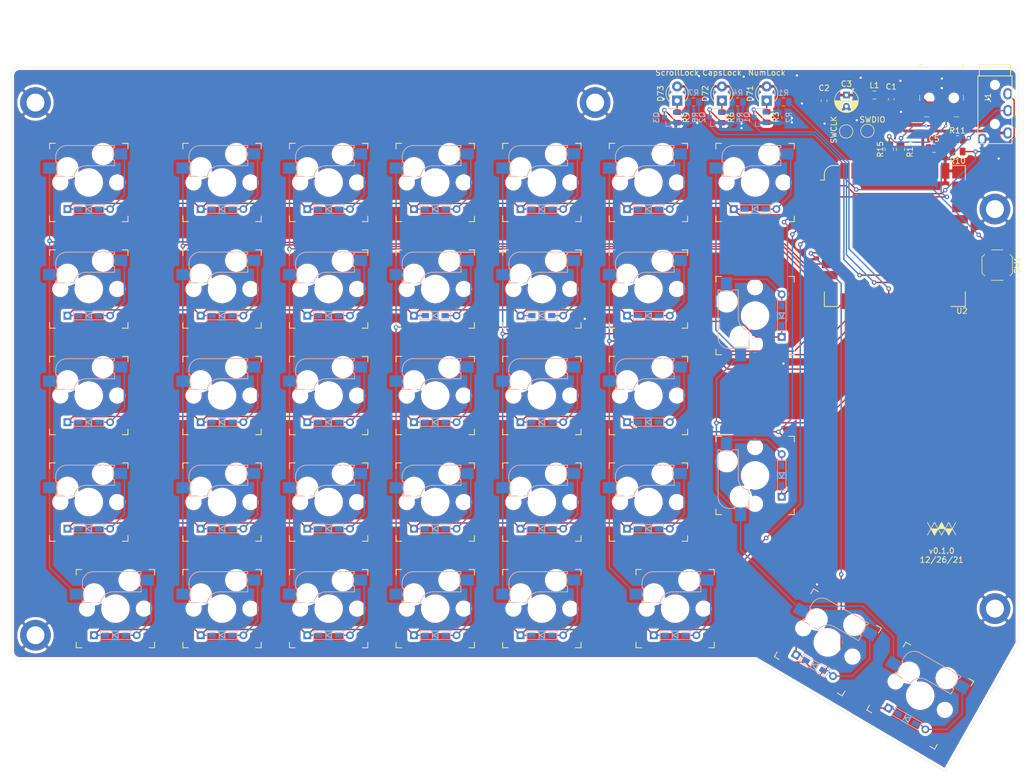
<source format=kicad_pcb>
(kicad_pcb (version 20171130) (host pcbnew "(5.1.10)-1")
  (layers (0 F.Cu signal) (31 B.Cu signal) (34 B.Paste user) (35 F.Paste user) (36 B.SilkS user) (37 F.SilkS user) (38 B.Mask user) (39 F.Mask user) (44 Edge.Cuts user))
  (net 0 "")
  (net 1 /LR1)
  (net 2 "Net-(D1-Pad2)")
  (net 3 "Net-(D2-Pad2)")
  (net 4 "Net-(D3-Pad2)")
  (net 5 "Net-(D4-Pad2)")
  (net 6 "Net-(D5-Pad2)")
  (net 7 "Net-(D6-Pad2)")
  (net 8 "Net-(D7-Pad2)")
  (net 9 "Net-(D8-Pad2)")
  (net 10 "Net-(D9-Pad2)")
  (net 11 "Net-(D10-Pad2)")
  (net 12 "Net-(D11-Pad2)")
  (net 13 "Net-(D12-Pad2)")
  (net 14 "Net-(D13-Pad2)")
  (net 15 "Net-(D14-Pad2)")
  (net 16 /LR2)
  (net 17 "Net-(D15-Pad2)")
  (net 18 "Net-(D16-Pad2)")
  (net 19 "Net-(D17-Pad2)")
  (net 20 "Net-(D18-Pad2)")
  (net 21 "Net-(D19-Pad2)")
  (net 22 "Net-(D20-Pad2)")
  (net 23 "Net-(D21-Pad2)")
  (net 24 "Net-(D22-Pad2)")
  (net 25 "Net-(D23-Pad2)")
  (net 26 "Net-(D24-Pad2)")
  (net 27 "Net-(D25-Pad2)")
  (net 28 "Net-(D26-Pad2)")
  (net 29 /LR3)
  (net 30 "Net-(D27-Pad2)")
  (net 31 "Net-(D28-Pad2)")
  (net 32 "Net-(D29-Pad2)")
  (net 33 "Net-(D30-Pad2)")
  (net 34 "Net-(D31-Pad2)")
  (net 35 "Net-(D32-Pad2)")
  (net 36 "Net-(D33-Pad2)")
  (net 37 "Net-(D34-Pad2)")
  (net 38 "Net-(D35-Pad2)")
  (net 39 /LR4)
  (net 40 /LR5)
  (net 41 /L+5V)
  (net 42 "Net-(D71-Pad1)")
  (net 43 "Net-(D72-Pad1)")
  (net 44 "Net-(D73-Pad1)")
  (net 45 /LGND)
  (net 46 /LC4)
  (net 47 /LC3)
  (net 48 /LC5)
  (net 49 /LC1)
  (net 50 /LC2)
  (net 51 /LC6)
  (net 52 /LC7)
  (net 53 "Net-(Q1-Pad3)")
  (net 54 "Net-(Q1-Pad1)")
  (net 55 "Net-(Q2-Pad3)")
  (net 56 "Net-(Q2-Pad1)")
  (net 57 "Net-(Q3-Pad3)")
  (net 58 "Net-(Q3-Pad1)")
  (net 59 /NUM_LOCK)
  (net 60 /CAPSLOCK)
  (net 61 /SCROLL_LOCK)
  (net 62 /D+)
  (net 63 /D-)
  (net 64 /VBUS)
  (net 65 "Net-(J1-Pad4)")
  (net 66 /SDA_M)
  (net 67 /SCL_M)
  (net 68 /D_C+)
  (net 69 /D_C-)
  (net 70 "Net-(SW1-Pad2)")
  (net 71 "Net-(TP1-Pad1)")
  (net 72 "Net-(TP2-Pad1)")
  (net 73 "Net-(U2-Pad39)")
  (net 74 "Net-(U2-Pad34)")
  (net 75 "Net-(U2-Pad32)")
  (net 76 "Net-(U2-Pad30)")
  (net 77 "Net-(U2-Pad29)")
  (net 78 "Net-(U2-Pad28)")
  (net 79 "Net-(U2-Pad27)")
  (net 80 "Net-(U2-Pad26)")
  (net 81 "Net-(U2-Pad25)")
  (net 82 "Net-(U2-Pad24)")
  (net 83 "Net-(U2-Pad23)")
  (net 84 "Net-(U2-Pad22)")
  (net 85 "Net-(U2-Pad21)")
  (net 86 "Net-(U2-Pad20)")
  (net 87 "Net-(U2-Pad19)")
  (net 88 "Net-(U2-Pad18)")
  (module RP2040_Stamp:RP2040_Stamp_SMD (layer F.Cu) (at 186.9 57.2)
    (fp_text reference U2 (at 12 13.4 unlocked) (layer F.SilkS))
    (fp_text value RP2040_Stamp)
    (pad 40 smd rect (at -9 -11.65 270) (size 2.8 1.5) (layers F.Cu F.Paste F.Mask) (net 70 "Net-(SW1-Pad2)"))
    (pad 39 smd rect (at -7 -11.65 270) (size 2.8 1.5) (layers F.Cu F.Paste F.Mask) (net 73 "Net-(U2-Pad39)"))
    (pad 38 smd rect (at -5 -11.65 270) (size 2.8 1.5) (layers F.Cu F.Paste F.Mask) (net 72 "Net-(TP2-Pad1)"))
    (pad 37 smd rect (at -3 -11.65 270) (size 2.8 1.5) (layers F.Cu F.Paste F.Mask) (net 71 "Net-(TP1-Pad1)"))
    (pad 36 smd rect (at -1 -11.65 270) (size 2.8 1.5) (layers F.Cu F.Paste F.Mask) (net 69 /D_C-))
    (pad 35 smd rect (at 1 -11.65 270) (size 2.8 1.5) (layers F.Cu F.Paste F.Mask) (net 68 /D_C+))
    (pad 34 smd rect (at 3 -11.65 270) (size 2.8 1.5) (layers F.Cu F.Paste F.Mask) (net 74 "Net-(U2-Pad34)"))
    (pad 33 smd rect (at 5 -11.65 270) (size 2.8 1.5) (layers F.Cu F.Paste F.Mask) (net 41 /L+5V))
    (pad 32 smd rect (at 7 -11.65 270) (size 2.8 1.5) (layers F.Cu F.Paste F.Mask) (net 75 "Net-(U2-Pad32)"))
    (pad 31 smd rect (at 9 -11.65 270) (size 2.8 1.5) (layers F.Cu F.Paste F.Mask) (net 45 /LGND))
    (pad 30 smd rect (at 11.65 -9) (size 2.8 1.5) (layers F.Cu F.Paste F.Mask) (net 76 "Net-(U2-Pad30)"))
    (pad 29 smd rect (at 11.65 -7) (size 2.8 1.5) (layers F.Cu F.Paste F.Mask) (net 77 "Net-(U2-Pad29)"))
    (pad 28 smd rect (at 11.65 -5) (size 2.8 1.5) (layers F.Cu F.Paste F.Mask) (net 78 "Net-(U2-Pad28)"))
    (pad 27 smd rect (at 11.65 -3) (size 2.8 1.5) (layers F.Cu F.Paste F.Mask) (net 79 "Net-(U2-Pad27)"))
    (pad 26 smd rect (at 11.65 -1) (size 2.8 1.5) (layers F.Cu F.Paste F.Mask) (net 80 "Net-(U2-Pad26)"))
    (pad 25 smd rect (at 11.65 1) (size 2.8 1.5) (layers F.Cu F.Paste F.Mask) (net 81 "Net-(U2-Pad25)"))
    (pad 24 smd rect (at 11.65 3) (size 2.8 1.5) (layers F.Cu F.Paste F.Mask) (net 82 "Net-(U2-Pad24)"))
    (pad 23 smd rect (at 11.65 5) (size 2.8 1.5) (layers F.Cu F.Paste F.Mask) (net 83 "Net-(U2-Pad23)"))
    (pad 22 smd rect (at 11.65 7) (size 2.8 1.5) (layers F.Cu F.Paste F.Mask) (net 84 "Net-(U2-Pad22)"))
    (pad 21 smd rect (at 11.65 9) (size 2.8 1.5) (layers F.Cu F.Paste F.Mask) (net 85 "Net-(U2-Pad21)"))
    (pad 20 smd rect (at 9 11.65 270) (size 2.8 1.5) (layers F.Cu F.Paste F.Mask) (net 86 "Net-(U2-Pad20)"))
    (pad 19 smd rect (at 7 11.65 270) (size 2.8 1.5) (layers F.Cu F.Paste F.Mask) (net 87 "Net-(U2-Pad19)"))
    (pad 18 smd rect (at 5 11.65 270) (size 2.8 1.5) (layers F.Cu F.Paste F.Mask) (net 88 "Net-(U2-Pad18)"))
    (pad 17 smd rect (at 3 11.65 270) (size 2.8 1.5) (layers F.Cu F.Paste F.Mask) (net 61 /SCROLL_LOCK))
    (pad 16 smd rect (at 1 11.65 270) (size 2.8 1.5) (layers F.Cu F.Paste F.Mask) (net 60 /CAPSLOCK))
    (pad 15 smd rect (at -1 11.65 270) (size 2.8 1.5) (layers F.Cu F.Paste F.Mask) (net 59 /NUM_LOCK))
    (pad 14 smd rect (at -3 11.65 270) (size 2.8 1.5) (layers F.Cu F.Paste F.Mask) (net 52 /LC7))
    (pad 13 smd rect (at -5 11.65 270) (size 2.8 1.5) (layers F.Cu F.Paste F.Mask) (net 51 /LC6))
    (pad 12 smd rect (at -7 11.65 270) (size 2.8 1.5) (layers F.Cu F.Paste F.Mask) (net 48 /LC5))
    (pad 11 smd rect (at -9 11.65 270) (size 2.8 1.5) (layers F.Cu F.Paste F.Mask) (net 46 /LC4))
    (pad 10 smd rect (at -11.65 9) (size 2.8 1.5) (layers F.Cu F.Paste F.Mask) (net 47 /LC3))
    (pad 9 smd rect (at -11.65 7) (size 2.8 1.5) (layers F.Cu F.Paste F.Mask) (net 50 /LC2))
    (pad 8 smd rect (at -11.65 5) (size 2.8 1.5) (layers F.Cu F.Paste F.Mask) (net 49 /LC1))
    (pad 7 smd rect (at -11.65 3) (size 2.8 1.5) (layers F.Cu F.Paste F.Mask) (net 40 /LR5))
    (pad 6 smd rect (at -11.65 1) (size 2.8 1.5) (layers F.Cu F.Paste F.Mask) (net 39 /LR4))
    (pad 5 smd rect (at -11.65 -1) (size 2.8 1.5) (layers F.Cu F.Paste F.Mask) (net 29 /LR3))
    (pad 4 smd rect (at -11.65 -3) (size 2.8 1.5) (layers F.Cu F.Paste F.Mask) (net 16 /LR2))
    (pad 3 smd rect (at -11.65 -5) (size 2.8 1.5) (layers F.Cu F.Paste F.Mask) (net 1 /LR1))
    (pad 2 smd rect (at -11.65 -7) (size 2.8 1.5) (layers F.Cu F.Paste F.Mask) (net 67 /SCL_M))
    (pad 1 smd rect (at -11.65 -9) (size 2.8 1.5) (layers F.Cu F.Paste F.Mask) (net 66 /SDA_M))
  )
  (module TestPoint:TestPoint_Pad_D2.0mm (layer F.Cu) (at 178.2 38.5)
    (fp_text reference SWCLK (at -2.2 -0.3 90) (layer F.SilkS))
    (fp_text value TestPoint)
    (pad 1 smd circle (at 0 0) (size 2 2) (layers F.Cu F.Mask) (net 72 "Net-(TP2-Pad1)"))
  )
  (module TestPoint:TestPoint_Pad_D2.0mm (layer F.Cu) (at 182 38.4)
    (fp_text reference SWDIO (at 0.9 -2 180) (layer F.SilkS))
    (fp_text value TP)
    (pad 1 smd circle (at 0 0) (size 2 2) (layers F.Cu F.Mask) (net 71 "Net-(TP1-Pad1)"))
  )
  (module Button_Switch_SMD:SW_SPST_SKQG_WithoutStem (layer F.Cu) (at 205.2 62.4 270)
    (fp_text reference SW1 (at 0 -3.6 90) (layer F.SilkS))
    (fp_text value SW_Push)
    (pad 2 smd rect (at 3.1 1.85 270) (size 1.8 1.1) (layers F.Cu F.Paste F.Mask) (net 70 "Net-(SW1-Pad2)"))
    (pad 2 smd rect (at -3.1 1.85 270) (size 1.8 1.1) (layers F.Cu F.Paste F.Mask) (net 70 "Net-(SW1-Pad2)"))
    (pad 1 smd rect (at 3.1 -1.85 270) (size 1.8 1.1) (layers F.Cu F.Paste F.Mask) (net 45 /LGND))
    (pad 1 smd rect (at -3.1 -1.85 270) (size 1.8 1.1) (layers F.Cu F.Paste F.Mask) (net 45 /LGND))
  )
  (module Resistor_SMD:R_0805_2012Metric (layer F.Cu) (at 185.9 41.7 270)
    (fp_text reference R15 (at 0 1.6 90) (layer F.SilkS))
    (fp_text value 20R)
    (pad 2 smd roundrect (at 0.9125 0 270) (size 1.025 1.4) (layers F.Cu F.Paste F.Mask) (roundrect_rratio 0.2439014634146341) (net 69 /D_C-))
    (pad 1 smd roundrect (at -0.9125 0 270) (size 1.025 1.4) (layers F.Cu F.Paste F.Mask) (roundrect_rratio 0.2439014634146341) (net 63 /D-))
  )
  (module Resistor_SMD:R_0805_2012Metric (layer F.Cu) (at 187.9 41.7 90)
    (fp_text reference R14 (at 0 1.7 90) (layer F.SilkS))
    (fp_text value 20R)
    (pad 2 smd roundrect (at 0.9125 0 90) (size 1.025 1.4) (layers F.Cu F.Paste F.Mask) (roundrect_rratio 0.2439014634146341) (net 62 /D+))
    (pad 1 smd roundrect (at -0.9125 0 90) (size 1.025 1.4) (layers F.Cu F.Paste F.Mask) (roundrect_rratio 0.2439014634146341) (net 68 /D_C+))
  )
  (module Resistor_SMD:R_0805_2012Metric (layer F.Cu) (at 198.1 40)
    (fp_text reference R11 (at 0 -1.65) (layer F.SilkS))
    (fp_text value 10kR)
    (pad 2 smd roundrect (at 0.9125 0) (size 1.025 1.4) (layers F.Cu F.Paste F.Mask) (roundrect_rratio 0.2439014634146341) (net 67 /SCL_M))
    (pad 1 smd roundrect (at -0.9125 0) (size 1.025 1.4) (layers F.Cu F.Paste F.Mask) (roundrect_rratio 0.2439014634146341) (net 41 /L+5V))
  )
  (module Resistor_SMD:R_0805_2012Metric (layer F.Cu) (at 198.1 42.1 180)
    (fp_text reference R10 (at 0 -1.65) (layer F.SilkS))
    (fp_text value 10kR)
    (pad 2 smd roundrect (at 0.9125 0 180) (size 1.025 1.4) (layers F.Cu F.Paste F.Mask) (roundrect_rratio 0.2439014634146341) (net 41 /L+5V))
    (pad 1 smd roundrect (at -0.9125 0 180) (size 1.025 1.4) (layers F.Cu F.Paste F.Mask) (roundrect_rratio 0.2439014634146341) (net 66 /SDA_M))
  )
  (module Capacitor_SMD:C_0805_2012Metric (layer F.Cu) (at 193.9 41.5)
    (fp_text reference C5 (at 0 -1.68) (layer F.SilkS))
    (fp_text value 1uF)
    (pad 2 smd roundrect (at 0.95 0) (size 1 1.45) (layers F.Cu F.Paste F.Mask) (net 45 /LGND))
    (pad 1 smd roundrect (at -0.95 0) (size 1 1.45) (layers F.Cu F.Paste F.Mask) (net 41 /L+5V))
  )
  (module Symbol:Logo_WM (layer F.Cu) (at 195.2625 109.5375)
    (fp_text reference REF** hide)
    (fp_text value Logo_WM)
  )
  (module MountingHole:MountingHole_3.2mm_M3_ISO14580_Pad (layer F.Cu) (at 33.3375 128.5875)
    (fp_text reference H8 hide)
    (fp_text value MountingHole_3.2mm_M3_ISO14580_Pad)
    (pad 1 thru_hole circle (at 0 0) (size 5.5 5.5) (drill 3.2) (layers *.Cu *.Mask) (net 45 /LGND))
  )
  (module MountingHole:MountingHole_3.2mm_M3_ISO14580_Pad (layer F.Cu) (at 204.7875 123.825)
    (fp_text reference H9 hide)
    (fp_text value MountingHole_3.2mm_M3_ISO14580_Pad)
    (pad 1 thru_hole circle (at 0 0) (size 5.5 5.5) (drill 3.2) (layers *.Cu *.Mask) (net 45 /LGND))
  )
  (module MountingHole:MountingHole_3.2mm_M3_ISO14580_Pad (layer F.Cu) (at 33.3375 33.3375)
    (fp_text reference H7 hide)
    (fp_text value MountingHole_3.2mm_M3_ISO14580_Pad)
    (pad 1 thru_hole circle (at 0 0) (size 5.5 5.5) (drill 3.2) (layers *.Cu *.Mask) (net 45 /LGND))
  )
  (module MountingHole:MountingHole_3.2mm_M3_ISO14580_Pad (layer F.Cu) (at 133.35 33.3375)
    (fp_text reference H6 hide)
    (fp_text value MountingHole_3.2mm_M3_ISO14580_Pad)
    (pad 1 thru_hole circle (at 0 0) (size 5.5 5.5) (drill 3.2) (layers *.Cu *.Mask) (net 45 /LGND))
  )
  (module MountingHole:MountingHole_3.2mm_M3_ISO14580_Pad (layer F.Cu) (at 204.7875 52.3875)
    (fp_text reference H10 hide)
    (fp_text value MountingHole_3.2mm_M3_ISO14580_Pad)
    (pad 1 thru_hole circle (at 0 0) (size 5.5 5.5) (drill 3.2) (layers *.Cu *.Mask) (net 45 /LGND))
  )
  (module Inductor_SMD:L_0805_2012Metric_Pad1.15x1.40mm_HandSolder (layer F.Cu) (at 183.25 32 180)
    (fp_text reference L1 (at 0 1.75) (layer F.SilkS))
    (fp_text value "2.2uH 204mR")
    (pad 2 smd roundrect (at 1.025 0 180) (size 1.15 1.4) (layers F.Cu F.Paste F.Mask) (roundrect_rratio 0.2173904347826087) (net 41 /L+5V))
    (pad 1 smd roundrect (at -1.025 0 180) (size 1.15 1.4) (layers F.Cu F.Paste F.Mask) (roundrect_rratio 0.2173904347826087) (net 64 /VBUS))
  )
  (module Capacitor_THT:CP_Radial_D4.0mm_P2.00mm (layer F.Cu) (at 178.25 32 270)
    (fp_text reference C3 (at -2 0 180) (layer F.SilkS))
    (fp_text value 4.7uF)
    (pad 2 thru_hole circle (at 2 0 270) (size 1.2 1.2) (drill 0.6) (layers *.Cu *.Mask) (net 45 /LGND))
    (pad 1 thru_hole rect (at 0 0 270) (size 1.2 1.2) (drill 0.6) (layers *.Cu *.Mask) (net 41 /L+5V))
  )
  (module Capacitor_SMD:C_0603_1608Metric (layer F.Cu) (at 174.25 33 270)
    (fp_text reference C2 (at -2.25 0 180) (layer F.SilkS))
    (fp_text value 100nF)
    (pad 2 smd roundrect (at 0.7875 0 270) (size 0.875 0.95) (layers F.Cu F.Paste F.Mask) (net 45 /LGND))
    (pad 1 smd roundrect (at -0.7875 0 270) (size 0.875 0.95) (layers F.Cu F.Paste F.Mask) (net 41 /L+5V))
  )
  (module Capacitor_SMD:C_0603_1608Metric (layer F.Cu) (at 186.25 32.75 270)
    (fp_text reference C1 (at -2.25 0 180) (layer F.SilkS))
    (fp_text value 10nF)
    (pad 2 smd roundrect (at 0.7875 0 270) (size 0.875 0.95) (layers F.Cu F.Paste F.Mask) (net 45 /LGND))
    (pad 1 smd roundrect (at -0.7875 0 270) (size 0.875 0.95) (layers F.Cu F.Paste F.Mask) (net 64 /VBUS))
  )
  (module WM_lib:TRRS-PJ-320A (layer F.Cu) (at 204.7875 28.575)
    (fp_text reference J2)
    (fp_text value AudioJack4)
    (pad S thru_hole oval (at -2.3 11.3) (size 1.6 2) (drill oval 0.9 1.3) (layers *.Cu *.Mask) (net 45 /LGND))
    (pad T thru_hole oval (at 2.3 10.2) (size 1.6 2) (drill oval 0.9 1.3) (layers *.Cu *.Mask) (net 41 /L+5V))
    (pad R2 thru_hole oval (at 2.3 3.2) (size 1.6 2) (drill oval 0.9 1.3) (layers *.Cu *.Mask) (net 66 /SDA_M))
    (pad "" np_thru_hole circle (at 0 8.6) (size 0.8 0.8) (drill 0.8) (layers *.Cu *.Mask))
    (pad "" np_thru_hole circle (at 0 1.6) (size 0.8 0.8) (drill 0.8) (layers *.Cu *.Mask))
    (pad R1 thru_hole oval (at 2.3 6.2) (size 1.6 2) (drill oval 0.9 1.3) (layers *.Cu *.Mask) (net 67 /SCL_M))
  )
  (module WM_lib:CherryMX_Hotswap_1.5u_singleside (layer F.Cu) (at 161.925 100.0125 90)
    (fp_text reference K33 hide)
    (fp_text value KEYSW hide)
    (pad "" np_thru_hole circle (at -5.08 0 90) (size 1.9 1.9) (drill 1.9) (layers *.Cu *.Mask))
    (pad "" np_thru_hole circle (at 5.08 0 90) (size 1.9 1.9) (drill 1.9) (layers *.Cu *.Mask))
    (pad "" np_thru_hole circle (at 0 0 180) (size 4.1 4.1) (drill 4.1) (layers *.Cu *.Mask))
    (pad "" np_thru_hole circle (at -3.81 -2.540001 90) (size 3 3) (drill 3) (layers *.Cu *.Mask))
    (pad "" np_thru_hole circle (at 2.54 -5.08 90) (size 3 3) (drill 3) (layers *.Cu *.Mask))
    (pad 2 smd rect (at 5.7 -5.12 90) (size 2.3 2) (layers B.Cu B.Paste B.Mask) (net 36 "Net-(D33-Pad2)"))
    (pad 1 smd rect (at -7 -2.58 90) (size 2.3 2) (layers B.Cu B.Paste B.Mask) (net 52 /LC7))
  )
  (module WM_lib:CherryMX_Hotswap_1.5u_singleside (layer F.Cu) (at 161.925 71.4375 90)
    (fp_text reference K32 hide)
    (fp_text value KEYSW hide)
    (pad "" np_thru_hole circle (at -5.08 0 90) (size 1.9 1.9) (drill 1.9) (layers *.Cu *.Mask))
    (pad "" np_thru_hole circle (at 5.08 0 90) (size 1.9 1.9) (drill 1.9) (layers *.Cu *.Mask))
    (pad "" np_thru_hole circle (at 0 0 180) (size 4.1 4.1) (drill 4.1) (layers *.Cu *.Mask))
    (pad "" np_thru_hole circle (at -3.81 -2.540001 90) (size 3 3) (drill 3) (layers *.Cu *.Mask))
    (pad "" np_thru_hole circle (at 2.54 -5.08 90) (size 3 3) (drill 3) (layers *.Cu *.Mask))
    (pad 2 smd rect (at 5.7 -5.12 90) (size 2.3 2) (layers B.Cu B.Paste B.Mask) (net 35 "Net-(D32-Pad2)"))
    (pad 1 smd rect (at -7 -2.58 90) (size 2.3 2) (layers B.Cu B.Paste B.Mask) (net 52 /LC7))
  )
  (module WM_lib:CherryMX_Hotswap_1.5u_singleside (layer F.Cu) (at 147.6375 123.825)
    (fp_text reference K30 hide)
    (fp_text value KEYSW hide)
    (pad "" np_thru_hole circle (at -5.08 0) (size 1.9 1.9) (drill 1.9) (layers *.Cu *.Mask))
    (pad "" np_thru_hole circle (at 5.08 0) (size 1.9 1.9) (drill 1.9) (layers *.Cu *.Mask))
    (pad "" np_thru_hole circle (at 0 0 90) (size 4.1 4.1) (drill 4.1) (layers *.Cu *.Mask))
    (pad "" np_thru_hole circle (at -3.81 -2.540001) (size 3 3) (drill 3) (layers *.Cu *.Mask))
    (pad "" np_thru_hole circle (at 2.54 -5.08) (size 3 3) (drill 3) (layers *.Cu *.Mask))
    (pad 2 smd rect (at 5.7 -5.12) (size 2.3 2) (layers B.Cu B.Paste B.Mask) (net 33 "Net-(D30-Pad2)"))
    (pad 1 smd rect (at -7 -2.58) (size 2.3 2) (layers B.Cu B.Paste B.Mask) (net 51 /LC6))
  )
  (module WM_lib:CherryMX_Hotswap_1u_singleside (layer F.Cu) (at 123.825 104.775)
    (fp_text reference K24 hide)
    (fp_text value KEYSW hide)
    (pad 1 smd rect (at -7 -2.58) (size 2.3 2) (layers B.Cu B.Paste B.Mask) (net 48 /LC5))
    (pad 2 smd rect (at 5.7 -5.12) (size 2.3 2) (layers B.Cu B.Paste B.Mask) (net 26 "Net-(D24-Pad2)"))
    (pad "" np_thru_hole circle (at 2.54 -5.08) (size 3 3) (drill 3) (layers *.Cu *.Mask))
    (pad "" np_thru_hole circle (at -3.81 -2.540001) (size 3 3) (drill 3) (layers *.Cu *.Mask))
    (pad "" np_thru_hole circle (at 0 0 90) (size 4.1 4.1) (drill 4.1) (layers *.Cu *.Mask))
    (pad "" np_thru_hole circle (at 5.08 0) (size 1.9 1.9) (drill 1.9) (layers *.Cu *.Mask))
    (pad "" np_thru_hole circle (at -5.08 0) (size 1.9 1.9) (drill 1.9) (layers *.Cu *.Mask))
  )
  (module WM_lib:CherryMX_Hotswap_1u_singleside (layer F.Cu) (at 123.825 85.725)
    (fp_text reference K23 hide)
    (fp_text value KEYSW hide)
    (pad 1 smd rect (at -7 -2.58) (size 2.3 2) (layers B.Cu B.Paste B.Mask) (net 48 /LC5))
    (pad 2 smd rect (at 5.7 -5.12) (size 2.3 2) (layers B.Cu B.Paste B.Mask) (net 25 "Net-(D23-Pad2)"))
    (pad "" np_thru_hole circle (at 2.54 -5.08) (size 3 3) (drill 3) (layers *.Cu *.Mask))
    (pad "" np_thru_hole circle (at -3.81 -2.540001) (size 3 3) (drill 3) (layers *.Cu *.Mask))
    (pad "" np_thru_hole circle (at 0 0 90) (size 4.1 4.1) (drill 4.1) (layers *.Cu *.Mask))
    (pad "" np_thru_hole circle (at 5.08 0) (size 1.9 1.9) (drill 1.9) (layers *.Cu *.Mask))
    (pad "" np_thru_hole circle (at -5.08 0) (size 1.9 1.9) (drill 1.9) (layers *.Cu *.Mask))
  )
  (module WM_lib:CherryMX_Hotswap_1u_singleside (layer F.Cu) (at 123.825 66.675)
    (fp_text reference K22 hide)
    (fp_text value KEYSW hide)
    (pad 1 smd rect (at -7 -2.58) (size 2.3 2) (layers B.Cu B.Paste B.Mask) (net 48 /LC5))
    (pad 2 smd rect (at 5.7 -5.12) (size 2.3 2) (layers B.Cu B.Paste B.Mask) (net 24 "Net-(D22-Pad2)"))
    (pad "" np_thru_hole circle (at 2.54 -5.08) (size 3 3) (drill 3) (layers *.Cu *.Mask))
    (pad "" np_thru_hole circle (at -3.81 -2.540001) (size 3 3) (drill 3) (layers *.Cu *.Mask))
    (pad "" np_thru_hole circle (at 0 0 90) (size 4.1 4.1) (drill 4.1) (layers *.Cu *.Mask))
    (pad "" np_thru_hole circle (at 5.08 0) (size 1.9 1.9) (drill 1.9) (layers *.Cu *.Mask))
    (pad "" np_thru_hole circle (at -5.08 0) (size 1.9 1.9) (drill 1.9) (layers *.Cu *.Mask))
  )
  (module WM_lib:CherryMX_Hotswap_1u_singleside (layer F.Cu) (at 123.825 47.625)
    (fp_text reference K21 hide)
    (fp_text value KEYSW hide)
    (pad 1 smd rect (at -7 -2.58) (size 2.3 2) (layers B.Cu B.Paste B.Mask) (net 48 /LC5))
    (pad 2 smd rect (at 5.7 -5.12) (size 2.3 2) (layers B.Cu B.Paste B.Mask) (net 23 "Net-(D21-Pad2)"))
    (pad "" np_thru_hole circle (at 2.54 -5.08) (size 3 3) (drill 3) (layers *.Cu *.Mask))
    (pad "" np_thru_hole circle (at -3.81 -2.540001) (size 3 3) (drill 3) (layers *.Cu *.Mask))
    (pad "" np_thru_hole circle (at 0 0 90) (size 4.1 4.1) (drill 4.1) (layers *.Cu *.Mask))
    (pad "" np_thru_hole circle (at 5.08 0) (size 1.9 1.9) (drill 1.9) (layers *.Cu *.Mask))
    (pad "" np_thru_hole circle (at -5.08 0) (size 1.9 1.9) (drill 1.9) (layers *.Cu *.Mask))
  )
  (module WM_lib:CherryMX_Hotswap_1u_singleside (layer F.Cu) (at 85.725 104.775)
    (fp_text reference K14 hide)
    (fp_text value KEYSW hide)
    (pad 1 smd rect (at -7 -2.58) (size 2.3 2) (layers B.Cu B.Paste B.Mask) (net 47 /LC3))
    (pad 2 smd rect (at 5.7 -5.12) (size 2.3 2) (layers B.Cu B.Paste B.Mask) (net 15 "Net-(D14-Pad2)"))
    (pad "" np_thru_hole circle (at 2.54 -5.08) (size 3 3) (drill 3) (layers *.Cu *.Mask))
    (pad "" np_thru_hole circle (at -3.81 -2.540001) (size 3 3) (drill 3) (layers *.Cu *.Mask))
    (pad "" np_thru_hole circle (at 0 0 90) (size 4.1 4.1) (drill 4.1) (layers *.Cu *.Mask))
    (pad "" np_thru_hole circle (at 5.08 0) (size 1.9 1.9) (drill 1.9) (layers *.Cu *.Mask))
    (pad "" np_thru_hole circle (at -5.08 0) (size 1.9 1.9) (drill 1.9) (layers *.Cu *.Mask))
  )
  (module WM_lib:CherryMX_Hotswap_1u_singleside (layer F.Cu) (at 85.725 85.725)
    (fp_text reference K13 hide)
    (fp_text value KEYSW hide)
    (pad 1 smd rect (at -7 -2.58) (size 2.3 2) (layers B.Cu B.Paste B.Mask) (net 47 /LC3))
    (pad 2 smd rect (at 5.7 -5.12) (size 2.3 2) (layers B.Cu B.Paste B.Mask) (net 14 "Net-(D13-Pad2)"))
    (pad "" np_thru_hole circle (at 2.54 -5.08) (size 3 3) (drill 3) (layers *.Cu *.Mask))
    (pad "" np_thru_hole circle (at -3.81 -2.540001) (size 3 3) (drill 3) (layers *.Cu *.Mask))
    (pad "" np_thru_hole circle (at 0 0 90) (size 4.1 4.1) (drill 4.1) (layers *.Cu *.Mask))
    (pad "" np_thru_hole circle (at 5.08 0) (size 1.9 1.9) (drill 1.9) (layers *.Cu *.Mask))
    (pad "" np_thru_hole circle (at -5.08 0) (size 1.9 1.9) (drill 1.9) (layers *.Cu *.Mask))
  )
  (module WM_lib:CherryMX_Hotswap_1u_singleside (layer F.Cu) (at 85.725 66.675)
    (fp_text reference K12 hide)
    (fp_text value KEYSW hide)
    (pad 1 smd rect (at -7 -2.58) (size 2.3 2) (layers B.Cu B.Paste B.Mask) (net 47 /LC3))
    (pad 2 smd rect (at 5.7 -5.12) (size 2.3 2) (layers B.Cu B.Paste B.Mask) (net 13 "Net-(D12-Pad2)"))
    (pad "" np_thru_hole circle (at 2.54 -5.08) (size 3 3) (drill 3) (layers *.Cu *.Mask))
    (pad "" np_thru_hole circle (at -3.81 -2.540001) (size 3 3) (drill 3) (layers *.Cu *.Mask))
    (pad "" np_thru_hole circle (at 0 0 90) (size 4.1 4.1) (drill 4.1) (layers *.Cu *.Mask))
    (pad "" np_thru_hole circle (at 5.08 0) (size 1.9 1.9) (drill 1.9) (layers *.Cu *.Mask))
    (pad "" np_thru_hole circle (at -5.08 0) (size 1.9 1.9) (drill 1.9) (layers *.Cu *.Mask))
  )
  (module WM_lib:CherryMX_Hotswap_1u_singleside (layer F.Cu) (at 85.725 47.625)
    (fp_text reference K11 hide)
    (fp_text value KEYSW hide)
    (pad 1 smd rect (at -7 -2.58) (size 2.3 2) (layers B.Cu B.Paste B.Mask) (net 47 /LC3))
    (pad 2 smd rect (at 5.7 -5.12) (size 2.3 2) (layers B.Cu B.Paste B.Mask) (net 12 "Net-(D11-Pad2)"))
    (pad "" np_thru_hole circle (at 2.54 -5.08) (size 3 3) (drill 3) (layers *.Cu *.Mask))
    (pad "" np_thru_hole circle (at -3.81 -2.540001) (size 3 3) (drill 3) (layers *.Cu *.Mask))
    (pad "" np_thru_hole circle (at 0 0 90) (size 4.1 4.1) (drill 4.1) (layers *.Cu *.Mask))
    (pad "" np_thru_hole circle (at 5.08 0) (size 1.9 1.9) (drill 1.9) (layers *.Cu *.Mask))
    (pad "" np_thru_hole circle (at -5.08 0) (size 1.9 1.9) (drill 1.9) (layers *.Cu *.Mask))
  )
  (module Resistor_SMD:R_0805_2012Metric (layer F.Cu) (at 148 36 270)
    (fp_text reference R9 (at 0 -1.65 90) (layer F.SilkS))
    (fp_text value 100R)
    (pad 2 smd roundrect (at 0.9375 0 270) (size 0.975 1.4) (layers F.Cu F.Paste F.Mask) (net 57 "Net-(Q3-Pad3)"))
    (pad 1 smd roundrect (at -0.9375 0 270) (size 0.975 1.4) (layers F.Cu F.Paste F.Mask) (net 44 "Net-(D73-Pad1)"))
  )
  (module Resistor_SMD:R_0805_2012Metric (layer B.Cu) (at 149.5 36 270)
    (fp_text reference R8 (at 0 -1.75 270) (layer B.SilkS) (effects (justify mirror)))
    (fp_text value 10kR)
    (pad 2 smd roundrect (at 0.9375 0 270) (size 0.975 1.4) (layers B.Cu B.Paste B.Mask) (net 45 /LGND))
    (pad 1 smd roundrect (at -0.9375 0 270) (size 0.975 1.4) (layers B.Cu B.Paste B.Mask) (net 58 "Net-(Q3-Pad1)"))
  )
  (module Resistor_SMD:R_0805_2012Metric (layer B.Cu) (at 150.9375 33.25 180)
    (fp_text reference R7 (at 0 1.65) (layer B.SilkS) (effects (justify mirror)))
    (fp_text value 1kR)
    (pad 2 smd roundrect (at 0.9375 0 180) (size 0.975 1.4) (layers B.Cu B.Paste B.Mask) (net 58 "Net-(Q3-Pad1)"))
    (pad 1 smd roundrect (at -0.9375 0 180) (size 0.975 1.4) (layers B.Cu B.Paste B.Mask) (net 61 /SCROLL_LOCK))
  )
  (module Resistor_SMD:R_0805_2012Metric (layer F.Cu) (at 156 36 270)
    (fp_text reference R6 (at 0 -1.65 90) (layer F.SilkS))
    (fp_text value 100R)
    (pad 2 smd roundrect (at 0.9375 0 270) (size 0.975 1.4) (layers F.Cu F.Paste F.Mask) (net 55 "Net-(Q2-Pad3)"))
    (pad 1 smd roundrect (at -0.9375 0 270) (size 0.975 1.4) (layers F.Cu F.Paste F.Mask) (net 43 "Net-(D72-Pad1)"))
  )
  (module Resistor_SMD:R_0805_2012Metric (layer B.Cu) (at 157.5 36 270)
    (fp_text reference R5 (at 0 -1.75 270) (layer B.SilkS) (effects (justify mirror)))
    (fp_text value 10kR)
    (pad 1 smd roundrect (at -0.9375 0 270) (size 0.975 1.4) (layers B.Cu B.Paste B.Mask) (net 56 "Net-(Q2-Pad1)"))
    (pad 2 smd roundrect (at 0.9375 0 270) (size 0.975 1.4) (layers B.Cu B.Paste B.Mask) (net 45 /LGND))
  )
  (module Resistor_SMD:R_0805_2012Metric (layer B.Cu) (at 158.8125 33.25 180)
    (fp_text reference R4 (at 0 1.65) (layer B.SilkS) (effects (justify mirror)))
    (fp_text value 1kR)
    (pad 2 smd roundrect (at 0.9375 0 180) (size 0.975 1.4) (layers B.Cu B.Paste B.Mask) (net 56 "Net-(Q2-Pad1)"))
    (pad 1 smd roundrect (at -0.9375 0 180) (size 0.975 1.4) (layers B.Cu B.Paste B.Mask) (net 60 /CAPSLOCK))
  )
  (module Resistor_SMD:R_0805_2012Metric (layer F.Cu) (at 164 35.9375 270)
    (fp_text reference R3 (at 0 -1.65 270) (layer F.SilkS))
    (fp_text value 100R)
    (pad 2 smd roundrect (at 0.9375 0 270) (size 0.975 1.4) (layers F.Cu F.Paste F.Mask) (net 53 "Net-(Q1-Pad3)"))
    (pad 1 smd roundrect (at -0.9375 0 270) (size 0.975 1.4) (layers F.Cu F.Paste F.Mask) (net 42 "Net-(D71-Pad1)"))
  )
  (module Resistor_SMD:R_0805_2012Metric (layer B.Cu) (at 166 36 270)
    (fp_text reference R2 (at 0 -2 90) (layer B.SilkS) (effects (justify mirror)))
    (fp_text value 10kR)
    (pad 2 smd roundrect (at 0.9375 0 270) (size 0.975 1.4) (layers B.Cu B.Paste B.Mask) (net 45 /LGND))
    (pad 1 smd roundrect (at -0.9375 0 270) (size 0.975 1.4) (layers B.Cu B.Paste B.Mask) (net 54 "Net-(Q1-Pad1)"))
  )
  (module Resistor_SMD:R_0805_2012Metric (layer B.Cu) (at 167 33.25 180)
    (fp_text reference R1 (at 0 1.65 180) (layer B.SilkS) (effects (justify mirror)))
    (fp_text value 1kR)
    (pad 2 smd roundrect (at 0.9375 0 180) (size 0.975 1.4) (layers B.Cu B.Paste B.Mask) (net 54 "Net-(Q1-Pad1)"))
    (pad 1 smd roundrect (at -0.9375 0 180) (size 0.975 1.4) (layers B.Cu B.Paste B.Mask) (net 59 /NUM_LOCK))
  )
  (module Package_TO_SOT_SMD:SOT-23 (layer B.Cu) (at 146.75 36 180)
    (fp_text reference Q3 (at 2.45 0 90) (layer B.SilkS) (effects (justify mirror)))
    (fp_text value DMG2302U)
    (pad 3 smd rect (at 1 0 180) (size 0.9 0.8) (layers B.Cu B.Paste B.Mask) (net 57 "Net-(Q3-Pad3)"))
    (pad 2 smd rect (at -1 -0.95 180) (size 0.9 0.8) (layers B.Cu B.Paste B.Mask) (net 45 /LGND))
    (pad 1 smd rect (at -1 0.95 180) (size 0.9 0.8) (layers B.Cu B.Paste B.Mask) (net 58 "Net-(Q3-Pad1)"))
  )
  (module Package_TO_SOT_SMD:SOT-23 (layer B.Cu) (at 154.75 36 180)
    (fp_text reference Q2 (at 2.25 0 90) (layer B.SilkS) (effects (justify mirror)))
    (fp_text value DMG2302U)
    (pad 3 smd rect (at 1 0 180) (size 0.9 0.8) (layers B.Cu B.Paste B.Mask) (net 55 "Net-(Q2-Pad3)"))
    (pad 2 smd rect (at -1 -0.95 180) (size 0.9 0.8) (layers B.Cu B.Paste B.Mask) (net 45 /LGND))
    (pad 1 smd rect (at -1 0.95 180) (size 0.9 0.8) (layers B.Cu B.Paste B.Mask) (net 56 "Net-(Q2-Pad1)"))
  )
  (module Package_TO_SOT_SMD:SOT-23 (layer B.Cu) (at 162.75 36 180)
    (fp_text reference Q1 (at 2.25 0 270) (layer B.SilkS) (effects (justify mirror)))
    (fp_text value DMG2302U)
    (pad 3 smd rect (at 1 0 180) (size 0.9 0.8) (layers B.Cu B.Paste B.Mask) (net 53 "Net-(Q1-Pad3)"))
    (pad 2 smd rect (at -1 -0.95 180) (size 0.9 0.8) (layers B.Cu B.Paste B.Mask) (net 45 /LGND))
    (pad 1 smd rect (at -1 0.95 180) (size 0.9 0.8) (layers B.Cu B.Paste B.Mask) (net 54 "Net-(Q1-Pad1)"))
  )
  (module WM_lib:CherryMX_Hotswap_1u_singleside (layer F.Cu) (at 191.434176 139.388608 330)
    (fp_text reference K35 hide)
    (fp_text value KEYSW hide)
    (pad 1 smd rect (at -7 -2.58 330) (size 2.3 2) (layers B.Cu B.Paste B.Mask) (net 52 /LC7))
    (pad 2 smd rect (at 5.7 -5.12 330) (size 2.3 2) (layers B.Cu B.Paste B.Mask) (net 38 "Net-(D35-Pad2)"))
    (pad "" np_thru_hole circle (at 2.54 -5.08 330) (size 3 3) (drill 3) (layers *.Cu *.Mask))
    (pad "" np_thru_hole circle (at -3.81 -2.540001 330) (size 3 3) (drill 3) (layers *.Cu *.Mask))
    (pad "" np_thru_hole circle (at 0 0 60) (size 4.1 4.1) (drill 4.1) (layers *.Cu *.Mask))
    (pad "" np_thru_hole circle (at 5.08 0 330) (size 1.9 1.9) (drill 1.9) (layers *.Cu *.Mask))
    (pad "" np_thru_hole circle (at -5.08 0 330) (size 1.9 1.9) (drill 1.9) (layers *.Cu *.Mask))
  )
  (module WM_lib:CherryMX_Hotswap_1u_singleside (layer F.Cu) (at 174.936392 129.863608 330)
    (fp_text reference K34 hide)
    (fp_text value KEYSW hide)
    (pad 1 smd rect (at -7 -2.58 330) (size 2.3 2) (layers B.Cu B.Paste B.Mask) (net 52 /LC7))
    (pad 2 smd rect (at 5.7 -5.12 330) (size 2.3 2) (layers B.Cu B.Paste B.Mask) (net 37 "Net-(D34-Pad2)"))
    (pad "" np_thru_hole circle (at 2.54 -5.08 330) (size 3 3) (drill 3) (layers *.Cu *.Mask))
    (pad "" np_thru_hole circle (at -3.81 -2.540001 330) (size 3 3) (drill 3) (layers *.Cu *.Mask))
    (pad "" np_thru_hole circle (at 0 0 60) (size 4.1 4.1) (drill 4.1) (layers *.Cu *.Mask))
    (pad "" np_thru_hole circle (at 5.08 0 330) (size 1.9 1.9) (drill 1.9) (layers *.Cu *.Mask))
    (pad "" np_thru_hole circle (at -5.08 0 330) (size 1.9 1.9) (drill 1.9) (layers *.Cu *.Mask))
  )
  (module WM_lib:CherryMX_Hotswap_1u_singleside (layer F.Cu) (at 161.925 47.625)
    (fp_text reference K31 hide)
    (fp_text value KEYSW hide)
    (pad 1 smd rect (at -7 -2.58) (size 2.3 2) (layers B.Cu B.Paste B.Mask) (net 52 /LC7))
    (pad 2 smd rect (at 5.7 -5.12) (size 2.3 2) (layers B.Cu B.Paste B.Mask) (net 34 "Net-(D31-Pad2)"))
    (pad "" np_thru_hole circle (at 2.54 -5.08) (size 3 3) (drill 3) (layers *.Cu *.Mask))
    (pad "" np_thru_hole circle (at -3.81 -2.540001) (size 3 3) (drill 3) (layers *.Cu *.Mask))
    (pad "" np_thru_hole circle (at 0 0 90) (size 4.1 4.1) (drill 4.1) (layers *.Cu *.Mask))
    (pad "" np_thru_hole circle (at 5.08 0) (size 1.9 1.9) (drill 1.9) (layers *.Cu *.Mask))
    (pad "" np_thru_hole circle (at -5.08 0) (size 1.9 1.9) (drill 1.9) (layers *.Cu *.Mask))
  )
  (module WM_lib:CherryMX_Hotswap_1u_singleside (layer F.Cu) (at 142.875 104.775)
    (fp_text reference K29 hide)
    (fp_text value KEYSW hide)
    (pad 1 smd rect (at -7 -2.58) (size 2.3 2) (layers B.Cu B.Paste B.Mask) (net 51 /LC6))
    (pad 2 smd rect (at 5.7 -5.12) (size 2.3 2) (layers B.Cu B.Paste B.Mask) (net 32 "Net-(D29-Pad2)"))
    (pad "" np_thru_hole circle (at 2.54 -5.08) (size 3 3) (drill 3) (layers *.Cu *.Mask))
    (pad "" np_thru_hole circle (at -3.81 -2.540001) (size 3 3) (drill 3) (layers *.Cu *.Mask))
    (pad "" np_thru_hole circle (at 0 0 90) (size 4.1 4.1) (drill 4.1) (layers *.Cu *.Mask))
    (pad "" np_thru_hole circle (at 5.08 0) (size 1.9 1.9) (drill 1.9) (layers *.Cu *.Mask))
    (pad "" np_thru_hole circle (at -5.08 0) (size 1.9 1.9) (drill 1.9) (layers *.Cu *.Mask))
  )
  (module WM_lib:CherryMX_Hotswap_1u_singleside (layer F.Cu) (at 142.875 85.725)
    (fp_text reference K28 hide)
    (fp_text value KEYSW hide)
    (pad 1 smd rect (at -7 -2.58) (size 2.3 2) (layers B.Cu B.Paste B.Mask) (net 51 /LC6))
    (pad 2 smd rect (at 5.7 -5.12) (size 2.3 2) (layers B.Cu B.Paste B.Mask) (net 31 "Net-(D28-Pad2)"))
    (pad "" np_thru_hole circle (at 2.54 -5.08) (size 3 3) (drill 3) (layers *.Cu *.Mask))
    (pad "" np_thru_hole circle (at -3.81 -2.540001) (size 3 3) (drill 3) (layers *.Cu *.Mask))
    (pad "" np_thru_hole circle (at 0 0 90) (size 4.1 4.1) (drill 4.1) (layers *.Cu *.Mask))
    (pad "" np_thru_hole circle (at 5.08 0) (size 1.9 1.9) (drill 1.9) (layers *.Cu *.Mask))
    (pad "" np_thru_hole circle (at -5.08 0) (size 1.9 1.9) (drill 1.9) (layers *.Cu *.Mask))
  )
  (module WM_lib:CherryMX_Hotswap_1u_singleside (layer F.Cu) (at 142.875 66.675)
    (fp_text reference K27 hide)
    (fp_text value KEYSW hide)
    (pad 1 smd rect (at -7 -2.58) (size 2.3 2) (layers B.Cu B.Paste B.Mask) (net 51 /LC6))
    (pad 2 smd rect (at 5.7 -5.12) (size 2.3 2) (layers B.Cu B.Paste B.Mask) (net 30 "Net-(D27-Pad2)"))
    (pad "" np_thru_hole circle (at 2.54 -5.08) (size 3 3) (drill 3) (layers *.Cu *.Mask))
    (pad "" np_thru_hole circle (at -3.81 -2.540001) (size 3 3) (drill 3) (layers *.Cu *.Mask))
    (pad "" np_thru_hole circle (at 0 0 90) (size 4.1 4.1) (drill 4.1) (layers *.Cu *.Mask))
    (pad "" np_thru_hole circle (at 5.08 0) (size 1.9 1.9) (drill 1.9) (layers *.Cu *.Mask))
    (pad "" np_thru_hole circle (at -5.08 0) (size 1.9 1.9) (drill 1.9) (layers *.Cu *.Mask))
  )
  (module WM_lib:CherryMX_Hotswap_1u_singleside (layer F.Cu) (at 142.875 47.625)
    (fp_text reference K26 hide)
    (fp_text value KEYSW hide)
    (pad 1 smd rect (at -7 -2.58) (size 2.3 2) (layers B.Cu B.Paste B.Mask) (net 51 /LC6))
    (pad 2 smd rect (at 5.7 -5.12) (size 2.3 2) (layers B.Cu B.Paste B.Mask) (net 28 "Net-(D26-Pad2)"))
    (pad "" np_thru_hole circle (at 2.54 -5.08) (size 3 3) (drill 3) (layers *.Cu *.Mask))
    (pad "" np_thru_hole circle (at -3.81 -2.540001) (size 3 3) (drill 3) (layers *.Cu *.Mask))
    (pad "" np_thru_hole circle (at 0 0 90) (size 4.1 4.1) (drill 4.1) (layers *.Cu *.Mask))
    (pad "" np_thru_hole circle (at 5.08 0) (size 1.9 1.9) (drill 1.9) (layers *.Cu *.Mask))
    (pad "" np_thru_hole circle (at -5.08 0) (size 1.9 1.9) (drill 1.9) (layers *.Cu *.Mask))
  )
  (module WM_lib:CherryMX_Hotswap_1u_singleside (layer F.Cu) (at 123.825 123.824999)
    (fp_text reference K25 hide)
    (fp_text value KEYSW hide)
    (pad 1 smd rect (at -7 -2.58) (size 2.3 2) (layers B.Cu B.Paste B.Mask) (net 48 /LC5))
    (pad 2 smd rect (at 5.7 -5.12) (size 2.3 2) (layers B.Cu B.Paste B.Mask) (net 27 "Net-(D25-Pad2)"))
    (pad "" np_thru_hole circle (at 2.54 -5.08) (size 3 3) (drill 3) (layers *.Cu *.Mask))
    (pad "" np_thru_hole circle (at -3.81 -2.540001) (size 3 3) (drill 3) (layers *.Cu *.Mask))
    (pad "" np_thru_hole circle (at 0 0 90) (size 4.1 4.1) (drill 4.1) (layers *.Cu *.Mask))
    (pad "" np_thru_hole circle (at 5.08 0) (size 1.9 1.9) (drill 1.9) (layers *.Cu *.Mask))
    (pad "" np_thru_hole circle (at -5.08 0) (size 1.9 1.9) (drill 1.9) (layers *.Cu *.Mask))
  )
  (module WM_lib:CherryMX_Hotswap_1u_singleside (layer F.Cu) (at 104.775 123.825)
    (fp_text reference K20 hide)
    (fp_text value KEYSW hide)
    (pad 1 smd rect (at -7 -2.58) (size 2.3 2) (layers B.Cu B.Paste B.Mask) (net 46 /LC4))
    (pad 2 smd rect (at 5.7 -5.12) (size 2.3 2) (layers B.Cu B.Paste B.Mask) (net 22 "Net-(D20-Pad2)"))
    (pad "" np_thru_hole circle (at 2.54 -5.08) (size 3 3) (drill 3) (layers *.Cu *.Mask))
    (pad "" np_thru_hole circle (at -3.81 -2.540001) (size 3 3) (drill 3) (layers *.Cu *.Mask))
    (pad "" np_thru_hole circle (at 0 0 90) (size 4.1 4.1) (drill 4.1) (layers *.Cu *.Mask))
    (pad "" np_thru_hole circle (at 5.08 0) (size 1.9 1.9) (drill 1.9) (layers *.Cu *.Mask))
    (pad "" np_thru_hole circle (at -5.08 0) (size 1.9 1.9) (drill 1.9) (layers *.Cu *.Mask))
  )
  (module WM_lib:CherryMX_Hotswap_1u_singleside (layer F.Cu) (at 104.775 104.775)
    (fp_text reference K19 hide)
    (fp_text value KEYSW hide)
    (pad 1 smd rect (at -7 -2.58) (size 2.3 2) (layers B.Cu B.Paste B.Mask) (net 46 /LC4))
    (pad 2 smd rect (at 5.7 -5.12) (size 2.3 2) (layers B.Cu B.Paste B.Mask) (net 21 "Net-(D19-Pad2)"))
    (pad "" np_thru_hole circle (at 2.54 -5.08) (size 3 3) (drill 3) (layers *.Cu *.Mask))
    (pad "" np_thru_hole circle (at -3.81 -2.540001) (size 3 3) (drill 3) (layers *.Cu *.Mask))
    (pad "" np_thru_hole circle (at 0 0 90) (size 4.1 4.1) (drill 4.1) (layers *.Cu *.Mask))
    (pad "" np_thru_hole circle (at 5.08 0) (size 1.9 1.9) (drill 1.9) (layers *.Cu *.Mask))
    (pad "" np_thru_hole circle (at -5.08 0) (size 1.9 1.9) (drill 1.9) (layers *.Cu *.Mask))
  )
  (module WM_lib:CherryMX_Hotswap_1u_singleside (layer F.Cu) (at 104.775 85.725)
    (fp_text reference K18 hide)
    (fp_text value KEYSW hide)
    (pad 1 smd rect (at -7 -2.58) (size 2.3 2) (layers B.Cu B.Paste B.Mask) (net 46 /LC4))
    (pad 2 smd rect (at 5.7 -5.12) (size 2.3 2) (layers B.Cu B.Paste B.Mask) (net 20 "Net-(D18-Pad2)"))
    (pad "" np_thru_hole circle (at 2.54 -5.08) (size 3 3) (drill 3) (layers *.Cu *.Mask))
    (pad "" np_thru_hole circle (at -3.81 -2.540001) (size 3 3) (drill 3) (layers *.Cu *.Mask))
    (pad "" np_thru_hole circle (at 0 0 90) (size 4.1 4.1) (drill 4.1) (layers *.Cu *.Mask))
    (pad "" np_thru_hole circle (at 5.08 0) (size 1.9 1.9) (drill 1.9) (layers *.Cu *.Mask))
    (pad "" np_thru_hole circle (at -5.08 0) (size 1.9 1.9) (drill 1.9) (layers *.Cu *.Mask))
  )
  (module WM_lib:CherryMX_Hotswap_1u_singleside (layer F.Cu) (at 104.775 66.675)
    (fp_text reference K17 hide)
    (fp_text value KEYSW hide)
    (pad 1 smd rect (at -7 -2.58) (size 2.3 2) (layers B.Cu B.Paste B.Mask) (net 46 /LC4))
    (pad 2 smd rect (at 5.7 -5.12) (size 2.3 2) (layers B.Cu B.Paste B.Mask) (net 19 "Net-(D17-Pad2)"))
    (pad "" np_thru_hole circle (at 2.54 -5.08) (size 3 3) (drill 3) (layers *.Cu *.Mask))
    (pad "" np_thru_hole circle (at -3.81 -2.540001) (size 3 3) (drill 3) (layers *.Cu *.Mask))
    (pad "" np_thru_hole circle (at 0 0 90) (size 4.1 4.1) (drill 4.1) (layers *.Cu *.Mask))
    (pad "" np_thru_hole circle (at 5.08 0) (size 1.9 1.9) (drill 1.9) (layers *.Cu *.Mask))
    (pad "" np_thru_hole circle (at -5.08 0) (size 1.9 1.9) (drill 1.9) (layers *.Cu *.Mask))
  )
  (module WM_lib:CherryMX_Hotswap_1u_singleside (layer F.Cu) (at 104.775 47.625)
    (fp_text reference K16 hide)
    (fp_text value KEYSW hide)
    (pad 1 smd rect (at -7 -2.58) (size 2.3 2) (layers B.Cu B.Paste B.Mask) (net 46 /LC4))
    (pad 2 smd rect (at 5.7 -5.12) (size 2.3 2) (layers B.Cu B.Paste B.Mask) (net 18 "Net-(D16-Pad2)"))
    (pad "" np_thru_hole circle (at 2.54 -5.08) (size 3 3) (drill 3) (layers *.Cu *.Mask))
    (pad "" np_thru_hole circle (at -3.81 -2.540001) (size 3 3) (drill 3) (layers *.Cu *.Mask))
    (pad "" np_thru_hole circle (at 0 0 90) (size 4.1 4.1) (drill 4.1) (layers *.Cu *.Mask))
    (pad "" np_thru_hole circle (at 5.08 0) (size 1.9 1.9) (drill 1.9) (layers *.Cu *.Mask))
    (pad "" np_thru_hole circle (at -5.08 0) (size 1.9 1.9) (drill 1.9) (layers *.Cu *.Mask))
  )
  (module WM_lib:CherryMX_Hotswap_1u_singleside (layer F.Cu) (at 85.725 123.825)
    (fp_text reference K15 hide)
    (fp_text value KEYSW hide)
    (pad 1 smd rect (at -7 -2.58) (size 2.3 2) (layers B.Cu B.Paste B.Mask) (net 47 /LC3))
    (pad 2 smd rect (at 5.7 -5.12) (size 2.3 2) (layers B.Cu B.Paste B.Mask) (net 17 "Net-(D15-Pad2)"))
    (pad "" np_thru_hole circle (at 2.54 -5.08) (size 3 3) (drill 3) (layers *.Cu *.Mask))
    (pad "" np_thru_hole circle (at -3.81 -2.540001) (size 3 3) (drill 3) (layers *.Cu *.Mask))
    (pad "" np_thru_hole circle (at 0 0 90) (size 4.1 4.1) (drill 4.1) (layers *.Cu *.Mask))
    (pad "" np_thru_hole circle (at 5.08 0) (size 1.9 1.9) (drill 1.9) (layers *.Cu *.Mask))
    (pad "" np_thru_hole circle (at -5.08 0) (size 1.9 1.9) (drill 1.9) (layers *.Cu *.Mask))
  )
  (module WM_lib:CherryMX_Hotswap_1u_singleside (layer F.Cu) (at 66.675 123.825)
    (fp_text reference K10 hide)
    (fp_text value KEYSW hide)
    (pad 1 smd rect (at -7 -2.58) (size 2.3 2) (layers B.Cu B.Paste B.Mask) (net 50 /LC2))
    (pad 2 smd rect (at 5.7 -5.12) (size 2.3 2) (layers B.Cu B.Paste B.Mask) (net 11 "Net-(D10-Pad2)"))
    (pad "" np_thru_hole circle (at 2.54 -5.08) (size 3 3) (drill 3) (layers *.Cu *.Mask))
    (pad "" np_thru_hole circle (at -3.81 -2.540001) (size 3 3) (drill 3) (layers *.Cu *.Mask))
    (pad "" np_thru_hole circle (at 0 0 90) (size 4.1 4.1) (drill 4.1) (layers *.Cu *.Mask))
    (pad "" np_thru_hole circle (at 5.08 0) (size 1.9 1.9) (drill 1.9) (layers *.Cu *.Mask))
    (pad "" np_thru_hole circle (at -5.08 0) (size 1.9 1.9) (drill 1.9) (layers *.Cu *.Mask))
  )
  (module WM_lib:CherryMX_Hotswap_1u_singleside (layer F.Cu) (at 66.675 104.775)
    (fp_text reference K9 hide)
    (fp_text value KEYSW hide)
    (pad 1 smd rect (at -7 -2.58) (size 2.3 2) (layers B.Cu B.Paste B.Mask) (net 50 /LC2))
    (pad 2 smd rect (at 5.7 -5.12) (size 2.3 2) (layers B.Cu B.Paste B.Mask) (net 10 "Net-(D9-Pad2)"))
    (pad "" np_thru_hole circle (at 2.54 -5.08) (size 3 3) (drill 3) (layers *.Cu *.Mask))
    (pad "" np_thru_hole circle (at -3.81 -2.540001) (size 3 3) (drill 3) (layers *.Cu *.Mask))
    (pad "" np_thru_hole circle (at 0 0 90) (size 4.1 4.1) (drill 4.1) (layers *.Cu *.Mask))
    (pad "" np_thru_hole circle (at 5.08 0) (size 1.9 1.9) (drill 1.9) (layers *.Cu *.Mask))
    (pad "" np_thru_hole circle (at -5.08 0) (size 1.9 1.9) (drill 1.9) (layers *.Cu *.Mask))
  )
  (module WM_lib:CherryMX_Hotswap_1u_singleside (layer F.Cu) (at 66.675 85.725)
    (fp_text reference K8 hide)
    (fp_text value KEYSW hide)
    (pad 1 smd rect (at -7 -2.58) (size 2.3 2) (layers B.Cu B.Paste B.Mask) (net 50 /LC2))
    (pad 2 smd rect (at 5.7 -5.12) (size 2.3 2) (layers B.Cu B.Paste B.Mask) (net 9 "Net-(D8-Pad2)"))
    (pad "" np_thru_hole circle (at 2.54 -5.08) (size 3 3) (drill 3) (layers *.Cu *.Mask))
    (pad "" np_thru_hole circle (at -3.81 -2.540001) (size 3 3) (drill 3) (layers *.Cu *.Mask))
    (pad "" np_thru_hole circle (at 0 0 90) (size 4.1 4.1) (drill 4.1) (layers *.Cu *.Mask))
    (pad "" np_thru_hole circle (at 5.08 0) (size 1.9 1.9) (drill 1.9) (layers *.Cu *.Mask))
    (pad "" np_thru_hole circle (at -5.08 0) (size 1.9 1.9) (drill 1.9) (layers *.Cu *.Mask))
  )
  (module WM_lib:CherryMX_Hotswap_1u_singleside (layer F.Cu) (at 66.675 66.675)
    (fp_text reference K7 hide)
    (fp_text value KEYSW hide)
    (pad 1 smd rect (at -7 -2.58) (size 2.3 2) (layers B.Cu B.Paste B.Mask) (net 50 /LC2))
    (pad 2 smd rect (at 5.7 -5.12) (size 2.3 2) (layers B.Cu B.Paste B.Mask) (net 8 "Net-(D7-Pad2)"))
    (pad "" np_thru_hole circle (at 2.54 -5.08) (size 3 3) (drill 3) (layers *.Cu *.Mask))
    (pad "" np_thru_hole circle (at -3.81 -2.540001) (size 3 3) (drill 3) (layers *.Cu *.Mask))
    (pad "" np_thru_hole circle (at 0 0 90) (size 4.1 4.1) (drill 4.1) (layers *.Cu *.Mask))
    (pad "" np_thru_hole circle (at 5.08 0) (size 1.9 1.9) (drill 1.9) (layers *.Cu *.Mask))
    (pad "" np_thru_hole circle (at -5.08 0) (size 1.9 1.9) (drill 1.9) (layers *.Cu *.Mask))
  )
  (module WM_lib:CherryMX_Hotswap_1u_singleside (layer F.Cu) (at 66.675 47.625)
    (fp_text reference K6 hide)
    (fp_text value KEYSW hide)
    (pad 1 smd rect (at -7 -2.58) (size 2.3 2) (layers B.Cu B.Paste B.Mask) (net 50 /LC2))
    (pad 2 smd rect (at 5.7 -5.12) (size 2.3 2) (layers B.Cu B.Paste B.Mask) (net 7 "Net-(D6-Pad2)"))
    (pad "" np_thru_hole circle (at 2.54 -5.08) (size 3 3) (drill 3) (layers *.Cu *.Mask))
    (pad "" np_thru_hole circle (at -3.81 -2.540001) (size 3 3) (drill 3) (layers *.Cu *.Mask))
    (pad "" np_thru_hole circle (at 0 0 90) (size 4.1 4.1) (drill 4.1) (layers *.Cu *.Mask))
    (pad "" np_thru_hole circle (at 5.08 0) (size 1.9 1.9) (drill 1.9) (layers *.Cu *.Mask))
    (pad "" np_thru_hole circle (at -5.08 0) (size 1.9 1.9) (drill 1.9) (layers *.Cu *.Mask))
  )
  (module WM_lib:CherryMX_Hotswap_1u_singleside (layer F.Cu) (at 47.625 123.825)
    (fp_text reference K5 hide)
    (fp_text value KEYSW hide)
    (pad 1 smd rect (at -7 -2.58) (size 2.3 2) (layers B.Cu B.Paste B.Mask) (net 49 /LC1))
    (pad 2 smd rect (at 5.7 -5.12) (size 2.3 2) (layers B.Cu B.Paste B.Mask) (net 6 "Net-(D5-Pad2)"))
    (pad "" np_thru_hole circle (at 2.54 -5.08) (size 3 3) (drill 3) (layers *.Cu *.Mask))
    (pad "" np_thru_hole circle (at -3.81 -2.540001) (size 3 3) (drill 3) (layers *.Cu *.Mask))
    (pad "" np_thru_hole circle (at 0 0 90) (size 4.1 4.1) (drill 4.1) (layers *.Cu *.Mask))
    (pad "" np_thru_hole circle (at 5.08 0) (size 1.9 1.9) (drill 1.9) (layers *.Cu *.Mask))
    (pad "" np_thru_hole circle (at -5.08 0) (size 1.9 1.9) (drill 1.9) (layers *.Cu *.Mask))
  )
  (module WM_lib:CherryMX_Hotswap_1.5u_singleside (layer F.Cu) (at 42.8625 104.775)
    (fp_text reference K4 hide)
    (fp_text value KEYSW hide)
    (pad "" np_thru_hole circle (at -5.08 0) (size 1.9 1.9) (drill 1.9) (layers *.Cu *.Mask))
    (pad "" np_thru_hole circle (at 5.08 0) (size 1.9 1.9) (drill 1.9) (layers *.Cu *.Mask))
    (pad "" np_thru_hole circle (at 0 0 90) (size 4.1 4.1) (drill 4.1) (layers *.Cu *.Mask))
    (pad "" np_thru_hole circle (at -3.81 -2.540001) (size 3 3) (drill 3) (layers *.Cu *.Mask))
    (pad "" np_thru_hole circle (at 2.54 -5.08) (size 3 3) (drill 3) (layers *.Cu *.Mask))
    (pad 2 smd rect (at 5.7 -5.12) (size 2.3 2) (layers B.Cu B.Paste B.Mask) (net 5 "Net-(D4-Pad2)"))
    (pad 1 smd rect (at -7 -2.58) (size 2.3 2) (layers B.Cu B.Paste B.Mask) (net 49 /LC1))
  )
  (module WM_lib:CherryMX_Hotswap_1.5u_singleside (layer F.Cu) (at 42.8625 85.725)
    (fp_text reference K3 hide)
    (fp_text value KEYSW hide)
    (pad "" np_thru_hole circle (at -5.08 0) (size 1.9 1.9) (drill 1.9) (layers *.Cu *.Mask))
    (pad "" np_thru_hole circle (at 5.08 0) (size 1.9 1.9) (drill 1.9) (layers *.Cu *.Mask))
    (pad "" np_thru_hole circle (at 0 0 90) (size 4.1 4.1) (drill 4.1) (layers *.Cu *.Mask))
    (pad "" np_thru_hole circle (at -3.81 -2.540001) (size 3 3) (drill 3) (layers *.Cu *.Mask))
    (pad "" np_thru_hole circle (at 2.54 -5.08) (size 3 3) (drill 3) (layers *.Cu *.Mask))
    (pad 2 smd rect (at 5.7 -5.12) (size 2.3 2) (layers B.Cu B.Paste B.Mask) (net 4 "Net-(D3-Pad2)"))
    (pad 1 smd rect (at -7 -2.58) (size 2.3 2) (layers B.Cu B.Paste B.Mask) (net 49 /LC1))
  )
  (module WM_lib:CherryMX_Hotswap_1.5u_singleside (layer F.Cu) (at 42.8625 66.675)
    (fp_text reference K2 hide)
    (fp_text value KEYSW hide)
    (pad "" np_thru_hole circle (at -5.08 0) (size 1.9 1.9) (drill 1.9) (layers *.Cu *.Mask))
    (pad "" np_thru_hole circle (at 5.08 0) (size 1.9 1.9) (drill 1.9) (layers *.Cu *.Mask))
    (pad "" np_thru_hole circle (at 0 0 90) (size 4.1 4.1) (drill 4.1) (layers *.Cu *.Mask))
    (pad "" np_thru_hole circle (at -3.81 -2.540001) (size 3 3) (drill 3) (layers *.Cu *.Mask))
    (pad "" np_thru_hole circle (at 2.54 -5.08) (size 3 3) (drill 3) (layers *.Cu *.Mask))
    (pad 2 smd rect (at 5.7 -5.12) (size 2.3 2) (layers B.Cu B.Paste B.Mask) (net 3 "Net-(D2-Pad2)"))
    (pad 1 smd rect (at -7 -2.58) (size 2.3 2) (layers B.Cu B.Paste B.Mask) (net 49 /LC1))
  )
  (module WM_lib:CherryMX_Hotswap_1.5u_singleside (layer F.Cu) (at 42.8625 47.625)
    (fp_text reference K1 hide)
    (fp_text value KEYSW hide)
    (pad "" np_thru_hole circle (at -5.08 0) (size 1.9 1.9) (drill 1.9) (layers *.Cu *.Mask))
    (pad "" np_thru_hole circle (at 5.08 0) (size 1.9 1.9) (drill 1.9) (layers *.Cu *.Mask))
    (pad "" np_thru_hole circle (at 0 0 90) (size 4.1 4.1) (drill 4.1) (layers *.Cu *.Mask))
    (pad "" np_thru_hole circle (at -3.81 -2.540001) (size 3 3) (drill 3) (layers *.Cu *.Mask))
    (pad "" np_thru_hole circle (at 2.54 -5.08) (size 3 3) (drill 3) (layers *.Cu *.Mask))
    (pad 2 smd rect (at 5.7 -5.12) (size 2.3 2) (layers B.Cu B.Paste B.Mask) (net 2 "Net-(D1-Pad2)"))
    (pad 1 smd rect (at -7 -2.58) (size 2.3 2) (layers B.Cu B.Paste B.Mask) (net 49 /LC1))
  )
  (module digikey-footprints:USB_Mini_B_Female_690-005-299-043 (layer F.Cu) (at 195.25 32.5 270)
    (fp_text reference J1 (at 0 -8.3 90) (layer F.SilkS))
    (fp_text value USB_B_Mini)
    (pad "" np_thru_hole circle (at 0 -2.2 270) (size 0.9 0.9) (drill 0.9) (layers *.Cu *.Mask))
    (pad "" np_thru_hole circle (at 0 2.2 270) (size 0.9 0.9) (drill 0.9) (layers *.Cu *.Mask))
    (pad 5 smd rect (at 2.85 1.6 270) (size 2.3 0.5) (layers F.Cu F.Paste F.Mask) (net 45 /LGND))
    (pad 4 smd rect (at 2.85 0.8 270) (size 2.3 0.5) (layers F.Cu F.Paste F.Mask) (net 65 "Net-(J1-Pad4)"))
    (pad 3 smd rect (at 2.85 0 270) (size 2.3 0.5) (layers F.Cu F.Paste F.Mask) (net 62 /D+))
    (pad 2 smd rect (at 2.85 -0.8 270) (size 2.3 0.5) (layers F.Cu F.Paste F.Mask) (net 63 /D-))
    (pad 1 smd rect (at 2.85 -1.6 270) (size 2.3 0.5) (layers F.Cu F.Paste F.Mask) (net 64 /VBUS))
    (pad SH smd rect (at 2.75 4.45 270) (size 2.5 2) (layers F.Cu F.Paste F.Mask))
    (pad SH smd rect (at 2.75 -4.45 270) (size 2.5 2) (layers F.Cu F.Paste F.Mask))
    (pad SH smd rect (at -2.75 -4.45 270) (size 2.5 2) (layers F.Cu F.Paste F.Mask))
    (pad SH smd rect (at -2.75 4.45 270) (size 2.5 2) (layers F.Cu F.Paste F.Mask))
  )
  (module LED_THT:LED_D3.0mm (layer F.Cu) (at 148 33 90)
    (fp_text reference D73 (at 1.27 -2.96 90) (layer F.SilkS))
    (fp_text value LED)
    (pad 2 thru_hole circle (at 2.54 0 90) (size 1.8 1.8) (drill 0.9) (layers *.Cu *.Mask) (net 41 /L+5V))
    (pad 1 thru_hole rect (at 0 0 90) (size 1.8 1.8) (drill 0.9) (layers *.Cu *.Mask) (net 44 "Net-(D73-Pad1)"))
  )
  (module LED_THT:LED_D3.0mm (layer F.Cu) (at 156 33 90)
    (fp_text reference D72 (at 1.27 -2.96 90) (layer F.SilkS))
    (fp_text value LED)
    (pad 2 thru_hole circle (at 2.54 0 90) (size 1.8 1.8) (drill 0.9) (layers *.Cu *.Mask) (net 41 /L+5V))
    (pad 1 thru_hole rect (at 0 0 90) (size 1.8 1.8) (drill 0.9) (layers *.Cu *.Mask) (net 43 "Net-(D72-Pad1)"))
  )
  (module LED_THT:LED_D3.0mm (layer F.Cu) (at 164 33 90)
    (fp_text reference D71 (at 1.27 -2.96 90) (layer F.SilkS))
    (fp_text value LED)
    (pad 2 thru_hole circle (at 2.54 0 90) (size 1.8 1.8) (drill 0.9) (layers *.Cu *.Mask) (net 41 /L+5V))
    (pad 1 thru_hole rect (at 0 0 90) (size 1.8 1.8) (drill 0.9) (layers *.Cu *.Mask) (net 42 "Net-(D71-Pad1)"))
  )
  (module WM_lib:D3_TH_SMD_singleside (layer B.Cu) (at 189.052926 143.513054 330)
    (fp_text reference D35 hide)
    (fp_text value D hide)
    (pad 2 smd rect (at 1.775 0 330) (size 1.3 0.95) (layers B.Cu B.Paste B.Mask) (net 38 "Net-(D35-Pad2)"))
    (pad 2 thru_hole circle (at 3.81 0 330) (size 1.397 1.397) (drill 0.8128) (layers *.Cu *.Mask) (net 38 "Net-(D35-Pad2)"))
    (pad 1 thru_hole rect (at -3.81 0 330) (size 1.397 1.397) (drill 0.8128) (layers *.Cu *.Mask) (net 40 /LR5))
    (pad 1 smd rect (at -1.775 0 330) (size 1.3 0.95) (layers B.Cu B.Paste B.Mask) (net 40 /LR5))
  )
  (module WM_lib:D3_TH_SMD_singleside (layer B.Cu) (at 172.555142 133.988054 330)
    (fp_text reference D34 hide)
    (fp_text value D hide)
    (pad 2 smd rect (at 1.775 0 330) (size 1.3 0.95) (layers B.Cu B.Paste B.Mask) (net 37 "Net-(D34-Pad2)"))
    (pad 2 thru_hole circle (at 3.81 0 330) (size 1.397 1.397) (drill 0.8128) (layers *.Cu *.Mask) (net 37 "Net-(D34-Pad2)"))
    (pad 1 thru_hole rect (at -3.81 0 330) (size 1.397 1.397) (drill 0.8128) (layers *.Cu *.Mask) (net 39 /LR4))
    (pad 1 smd rect (at -1.775 0 330) (size 1.3 0.95) (layers B.Cu B.Paste B.Mask) (net 39 /LR4))
  )
  (module WM_lib:D3_TH_SMD_singleside (layer B.Cu) (at 166.6875 100.0125 90)
    (fp_text reference D33 hide)
    (fp_text value D hide)
    (pad 2 smd rect (at 1.775 0 90) (size 1.3 0.95) (layers B.Cu B.Paste B.Mask) (net 36 "Net-(D33-Pad2)"))
    (pad 2 thru_hole circle (at 3.81 0 90) (size 1.397 1.397) (drill 0.8128) (layers *.Cu *.Mask) (net 36 "Net-(D33-Pad2)"))
    (pad 1 thru_hole rect (at -3.81 0 90) (size 1.397 1.397) (drill 0.8128) (layers *.Cu *.Mask) (net 29 /LR3))
    (pad 1 smd rect (at -1.775 0 90) (size 1.3 0.95) (layers B.Cu B.Paste B.Mask) (net 29 /LR3))
  )
  (module WM_lib:D3_TH_SMD_singleside (layer B.Cu) (at 166.6875 71.4375 90)
    (fp_text reference D32 hide)
    (fp_text value D hide)
    (pad 2 smd rect (at 1.775 0 90) (size 1.3 0.95) (layers B.Cu B.Paste B.Mask) (net 35 "Net-(D32-Pad2)"))
    (pad 2 thru_hole circle (at 3.81 0 90) (size 1.397 1.397) (drill 0.8128) (layers *.Cu *.Mask) (net 35 "Net-(D32-Pad2)"))
    (pad 1 thru_hole rect (at -3.81 0 90) (size 1.397 1.397) (drill 0.8128) (layers *.Cu *.Mask) (net 16 /LR2))
    (pad 1 smd rect (at -1.775 0 90) (size 1.3 0.95) (layers B.Cu B.Paste B.Mask) (net 16 /LR2))
  )
  (module WM_lib:D3_TH_SMD_singleside (layer B.Cu) (at 161.925 52.3875)
    (fp_text reference D31 hide)
    (fp_text value D hide)
    (pad 2 smd rect (at 1.775 0) (size 1.3 0.95) (layers B.Cu B.Paste B.Mask) (net 34 "Net-(D31-Pad2)"))
    (pad 2 thru_hole circle (at 3.81 0) (size 1.397 1.397) (drill 0.8128) (layers *.Cu *.Mask) (net 34 "Net-(D31-Pad2)"))
    (pad 1 thru_hole rect (at -3.81 0) (size 1.397 1.397) (drill 0.8128) (layers *.Cu *.Mask) (net 1 /LR1))
    (pad 1 smd rect (at -1.775 0) (size 1.3 0.95) (layers B.Cu B.Paste B.Mask) (net 1 /LR1))
  )
  (module WM_lib:D3_TH_SMD_singleside (layer B.Cu) (at 147.6375 128.5875)
    (fp_text reference D30 hide)
    (fp_text value D hide)
    (pad 2 smd rect (at 1.775 0) (size 1.3 0.95) (layers B.Cu B.Paste B.Mask) (net 33 "Net-(D30-Pad2)"))
    (pad 2 thru_hole circle (at 3.81 0) (size 1.397 1.397) (drill 0.8128) (layers *.Cu *.Mask) (net 33 "Net-(D30-Pad2)"))
    (pad 1 thru_hole rect (at -3.81 0) (size 1.397 1.397) (drill 0.8128) (layers *.Cu *.Mask) (net 40 /LR5))
    (pad 1 smd rect (at -1.775 0) (size 1.3 0.95) (layers B.Cu B.Paste B.Mask) (net 40 /LR5))
  )
  (module WM_lib:D3_TH_SMD_singleside (layer B.Cu) (at 142.875 109.5375)
    (fp_text reference D29 hide)
    (fp_text value D hide)
    (pad 2 smd rect (at 1.775 0) (size 1.3 0.95) (layers B.Cu B.Paste B.Mask) (net 32 "Net-(D29-Pad2)"))
    (pad 2 thru_hole circle (at 3.81 0) (size 1.397 1.397) (drill 0.8128) (layers *.Cu *.Mask) (net 32 "Net-(D29-Pad2)"))
    (pad 1 thru_hole rect (at -3.81 0) (size 1.397 1.397) (drill 0.8128) (layers *.Cu *.Mask) (net 39 /LR4))
    (pad 1 smd rect (at -1.775 0) (size 1.3 0.95) (layers B.Cu B.Paste B.Mask) (net 39 /LR4))
  )
  (module WM_lib:D3_TH_SMD_singleside (layer B.Cu) (at 142.875 90.4875)
    (fp_text reference D28 hide)
    (fp_text value D hide)
    (pad 2 smd rect (at 1.775 0) (size 1.3 0.95) (layers B.Cu B.Paste B.Mask) (net 31 "Net-(D28-Pad2)"))
    (pad 2 thru_hole circle (at 3.81 0) (size 1.397 1.397) (drill 0.8128) (layers *.Cu *.Mask) (net 31 "Net-(D28-Pad2)"))
    (pad 1 thru_hole rect (at -3.81 0) (size 1.397 1.397) (drill 0.8128) (layers *.Cu *.Mask) (net 29 /LR3))
    (pad 1 smd rect (at -1.775 0) (size 1.3 0.95) (layers B.Cu B.Paste B.Mask) (net 29 /LR3))
  )
  (module WM_lib:D3_TH_SMD_singleside (layer B.Cu) (at 142.875 71.4375)
    (fp_text reference D27 hide)
    (fp_text value D hide)
    (pad 2 smd rect (at 1.775 0) (size 1.3 0.95) (layers B.Cu B.Paste B.Mask) (net 30 "Net-(D27-Pad2)"))
    (pad 2 thru_hole circle (at 3.81 0) (size 1.397 1.397) (drill 0.8128) (layers *.Cu *.Mask) (net 30 "Net-(D27-Pad2)"))
    (pad 1 thru_hole rect (at -3.81 0) (size 1.397 1.397) (drill 0.8128) (layers *.Cu *.Mask) (net 16 /LR2))
    (pad 1 smd rect (at -1.775 0) (size 1.3 0.95) (layers B.Cu B.Paste B.Mask) (net 16 /LR2))
  )
  (module WM_lib:D3_TH_SMD_singleside (layer B.Cu) (at 142.875 52.3875)
    (fp_text reference D26 hide)
    (fp_text value D hide)
    (pad 2 smd rect (at 1.775 0) (size 1.3 0.95) (layers B.Cu B.Paste B.Mask) (net 28 "Net-(D26-Pad2)"))
    (pad 2 thru_hole circle (at 3.81 0) (size 1.397 1.397) (drill 0.8128) (layers *.Cu *.Mask) (net 28 "Net-(D26-Pad2)"))
    (pad 1 thru_hole rect (at -3.81 0) (size 1.397 1.397) (drill 0.8128) (layers *.Cu *.Mask) (net 1 /LR1))
    (pad 1 smd rect (at -1.775 0) (size 1.3 0.95) (layers B.Cu B.Paste B.Mask) (net 1 /LR1))
  )
  (module WM_lib:D3_TH_SMD_singleside (layer B.Cu) (at 123.825 128.5875)
    (fp_text reference D25 hide)
    (fp_text value D hide)
    (pad 2 smd rect (at 1.775 0) (size 1.3 0.95) (layers B.Cu B.Paste B.Mask) (net 27 "Net-(D25-Pad2)"))
    (pad 2 thru_hole circle (at 3.81 0) (size 1.397 1.397) (drill 0.8128) (layers *.Cu *.Mask) (net 27 "Net-(D25-Pad2)"))
    (pad 1 thru_hole rect (at -3.81 0) (size 1.397 1.397) (drill 0.8128) (layers *.Cu *.Mask) (net 40 /LR5))
    (pad 1 smd rect (at -1.775 0) (size 1.3 0.95) (layers B.Cu B.Paste B.Mask) (net 40 /LR5))
  )
  (module WM_lib:D3_TH_SMD_singleside (layer B.Cu) (at 123.825 109.5375)
    (fp_text reference D24 hide)
    (fp_text value D hide)
    (pad 2 smd rect (at 1.775 0) (size 1.3 0.95) (layers B.Cu B.Paste B.Mask) (net 26 "Net-(D24-Pad2)"))
    (pad 2 thru_hole circle (at 3.81 0) (size 1.397 1.397) (drill 0.8128) (layers *.Cu *.Mask) (net 26 "Net-(D24-Pad2)"))
    (pad 1 thru_hole rect (at -3.81 0) (size 1.397 1.397) (drill 0.8128) (layers *.Cu *.Mask) (net 39 /LR4))
    (pad 1 smd rect (at -1.775 0) (size 1.3 0.95) (layers B.Cu B.Paste B.Mask) (net 39 /LR4))
  )
  (module WM_lib:D3_TH_SMD_singleside (layer B.Cu) (at 123.825 90.4875)
    (fp_text reference D23 hide)
    (fp_text value D hide)
    (pad 2 smd rect (at 1.775 0) (size 1.3 0.95) (layers B.Cu B.Paste B.Mask) (net 25 "Net-(D23-Pad2)"))
    (pad 2 thru_hole circle (at 3.81 0) (size 1.397 1.397) (drill 0.8128) (layers *.Cu *.Mask) (net 25 "Net-(D23-Pad2)"))
    (pad 1 thru_hole rect (at -3.81 0) (size 1.397 1.397) (drill 0.8128) (layers *.Cu *.Mask) (net 29 /LR3))
    (pad 1 smd rect (at -1.775 0) (size 1.3 0.95) (layers B.Cu B.Paste B.Mask) (net 29 /LR3))
  )
  (module WM_lib:D3_TH_SMD_singleside (layer B.Cu) (at 123.825 71.4375)
    (fp_text reference D22 hide)
    (fp_text value D hide)
    (pad 2 smd rect (at 1.775 0) (size 1.3 0.95) (layers B.Cu B.Paste B.Mask) (net 24 "Net-(D22-Pad2)"))
    (pad 2 thru_hole circle (at 3.81 0) (size 1.397 1.397) (drill 0.8128) (layers *.Cu *.Mask) (net 24 "Net-(D22-Pad2)"))
    (pad 1 thru_hole rect (at -3.81 0) (size 1.397 1.397) (drill 0.8128) (layers *.Cu *.Mask) (net 16 /LR2))
    (pad 1 smd rect (at -1.775 0) (size 1.3 0.95) (layers B.Cu B.Paste B.Mask) (net 16 /LR2))
  )
  (module WM_lib:D3_TH_SMD_singleside (layer B.Cu) (at 123.825 52.3875)
    (fp_text reference D21 hide)
    (fp_text value D hide)
    (pad 2 smd rect (at 1.775 0) (size 1.3 0.95) (layers B.Cu B.Paste B.Mask) (net 23 "Net-(D21-Pad2)"))
    (pad 2 thru_hole circle (at 3.81 0) (size 1.397 1.397) (drill 0.8128) (layers *.Cu *.Mask) (net 23 "Net-(D21-Pad2)"))
    (pad 1 thru_hole rect (at -3.81 0) (size 1.397 1.397) (drill 0.8128) (layers *.Cu *.Mask) (net 1 /LR1))
    (pad 1 smd rect (at -1.775 0) (size 1.3 0.95) (layers B.Cu B.Paste B.Mask) (net 1 /LR1))
  )
  (module WM_lib:D3_TH_SMD_singleside (layer B.Cu) (at 104.775 128.5875)
    (fp_text reference D20 hide)
    (fp_text value D hide)
    (pad 2 smd rect (at 1.775 0) (size 1.3 0.95) (layers B.Cu B.Paste B.Mask) (net 22 "Net-(D20-Pad2)"))
    (pad 2 thru_hole circle (at 3.81 0) (size 1.397 1.397) (drill 0.8128) (layers *.Cu *.Mask) (net 22 "Net-(D20-Pad2)"))
    (pad 1 thru_hole rect (at -3.81 0) (size 1.397 1.397) (drill 0.8128) (layers *.Cu *.Mask) (net 40 /LR5))
    (pad 1 smd rect (at -1.775 0) (size 1.3 0.95) (layers B.Cu B.Paste B.Mask) (net 40 /LR5))
  )
  (module WM_lib:D3_TH_SMD_singleside (layer B.Cu) (at 104.775 109.537499)
    (fp_text reference D19 hide)
    (fp_text value D hide)
    (pad 2 smd rect (at 1.775 0) (size 1.3 0.95) (layers B.Cu B.Paste B.Mask) (net 21 "Net-(D19-Pad2)"))
    (pad 2 thru_hole circle (at 3.81 0) (size 1.397 1.397) (drill 0.8128) (layers *.Cu *.Mask) (net 21 "Net-(D19-Pad2)"))
    (pad 1 thru_hole rect (at -3.81 0) (size 1.397 1.397) (drill 0.8128) (layers *.Cu *.Mask) (net 39 /LR4))
    (pad 1 smd rect (at -1.775 0) (size 1.3 0.95) (layers B.Cu B.Paste B.Mask) (net 39 /LR4))
  )
  (module WM_lib:D3_TH_SMD_singleside (layer B.Cu) (at 104.775 90.4875)
    (fp_text reference D18 hide)
    (fp_text value D hide)
    (pad 2 smd rect (at 1.775 0) (size 1.3 0.95) (layers B.Cu B.Paste B.Mask) (net 20 "Net-(D18-Pad2)"))
    (pad 2 thru_hole circle (at 3.81 0) (size 1.397 1.397) (drill 0.8128) (layers *.Cu *.Mask) (net 20 "Net-(D18-Pad2)"))
    (pad 1 thru_hole rect (at -3.81 0) (size 1.397 1.397) (drill 0.8128) (layers *.Cu *.Mask) (net 29 /LR3))
    (pad 1 smd rect (at -1.775 0) (size 1.3 0.95) (layers B.Cu B.Paste B.Mask) (net 29 /LR3))
  )
  (module WM_lib:D3_TH_SMD_singleside (layer B.Cu) (at 104.775 71.4375)
    (fp_text reference D17 hide)
    (fp_text value D hide)
    (pad 2 smd rect (at 1.775 0) (size 1.3 0.95) (layers B.Cu B.Paste B.Mask) (net 19 "Net-(D17-Pad2)"))
    (pad 2 thru_hole circle (at 3.81 0) (size 1.397 1.397) (drill 0.8128) (layers *.Cu *.Mask) (net 19 "Net-(D17-Pad2)"))
    (pad 1 thru_hole rect (at -3.81 0) (size 1.397 1.397) (drill 0.8128) (layers *.Cu *.Mask) (net 16 /LR2))
    (pad 1 smd rect (at -1.775 0) (size 1.3 0.95) (layers B.Cu B.Paste B.Mask) (net 16 /LR2))
  )
  (module WM_lib:D3_TH_SMD_singleside (layer B.Cu) (at 104.775 52.3875)
    (fp_text reference D16 hide)
    (fp_text value D hide)
    (pad 2 smd rect (at 1.775 0) (size 1.3 0.95) (layers B.Cu B.Paste B.Mask) (net 18 "Net-(D16-Pad2)"))
    (pad 2 thru_hole circle (at 3.81 0) (size 1.397 1.397) (drill 0.8128) (layers *.Cu *.Mask) (net 18 "Net-(D16-Pad2)"))
    (pad 1 thru_hole rect (at -3.81 0) (size 1.397 1.397) (drill 0.8128) (layers *.Cu *.Mask) (net 1 /LR1))
    (pad 1 smd rect (at -1.775 0) (size 1.3 0.95) (layers B.Cu B.Paste B.Mask) (net 1 /LR1))
  )
  (module WM_lib:D3_TH_SMD_singleside (layer B.Cu) (at 85.725 128.5875)
    (fp_text reference D15 hide)
    (fp_text value D hide)
    (pad 2 smd rect (at 1.775 0) (size 1.3 0.95) (layers B.Cu B.Paste B.Mask) (net 17 "Net-(D15-Pad2)"))
    (pad 2 thru_hole circle (at 3.81 0) (size 1.397 1.397) (drill 0.8128) (layers *.Cu *.Mask) (net 17 "Net-(D15-Pad2)"))
    (pad 1 thru_hole rect (at -3.81 0) (size 1.397 1.397) (drill 0.8128) (layers *.Cu *.Mask) (net 40 /LR5))
    (pad 1 smd rect (at -1.775 0) (size 1.3 0.95) (layers B.Cu B.Paste B.Mask) (net 40 /LR5))
  )
  (module WM_lib:D3_TH_SMD_singleside (layer B.Cu) (at 85.725 109.5375)
    (fp_text reference D14 hide)
    (fp_text value D hide)
    (pad 2 smd rect (at 1.775 0) (size 1.3 0.95) (layers B.Cu B.Paste B.Mask) (net 15 "Net-(D14-Pad2)"))
    (pad 2 thru_hole circle (at 3.81 0) (size 1.397 1.397) (drill 0.8128) (layers *.Cu *.Mask) (net 15 "Net-(D14-Pad2)"))
    (pad 1 thru_hole rect (at -3.81 0) (size 1.397 1.397) (drill 0.8128) (layers *.Cu *.Mask) (net 39 /LR4))
    (pad 1 smd rect (at -1.775 0) (size 1.3 0.95) (layers B.Cu B.Paste B.Mask) (net 39 /LR4))
  )
  (module WM_lib:D3_TH_SMD_singleside (layer B.Cu) (at 85.725 90.487499)
    (fp_text reference D13 hide)
    (fp_text value D hide)
    (pad 2 smd rect (at 1.775 0) (size 1.3 0.95) (layers B.Cu B.Paste B.Mask) (net 14 "Net-(D13-Pad2)"))
    (pad 2 thru_hole circle (at 3.81 0) (size 1.397 1.397) (drill 0.8128) (layers *.Cu *.Mask) (net 14 "Net-(D13-Pad2)"))
    (pad 1 thru_hole rect (at -3.81 0) (size 1.397 1.397) (drill 0.8128) (layers *.Cu *.Mask) (net 29 /LR3))
    (pad 1 smd rect (at -1.775 0) (size 1.3 0.95) (layers B.Cu B.Paste B.Mask) (net 29 /LR3))
  )
  (module WM_lib:D3_TH_SMD_singleside (layer B.Cu) (at 85.725 71.4375)
    (fp_text reference D12 hide)
    (fp_text value D hide)
    (pad 2 smd rect (at 1.775 0) (size 1.3 0.95) (layers B.Cu B.Paste B.Mask) (net 13 "Net-(D12-Pad2)"))
    (pad 2 thru_hole circle (at 3.81 0) (size 1.397 1.397) (drill 0.8128) (layers *.Cu *.Mask) (net 13 "Net-(D12-Pad2)"))
    (pad 1 thru_hole rect (at -3.81 0) (size 1.397 1.397) (drill 0.8128) (layers *.Cu *.Mask) (net 16 /LR2))
    (pad 1 smd rect (at -1.775 0) (size 1.3 0.95) (layers B.Cu B.Paste B.Mask) (net 16 /LR2))
  )
  (module WM_lib:D3_TH_SMD_singleside (layer B.Cu) (at 85.725 52.3875)
    (fp_text reference D11 hide)
    (fp_text value D hide)
    (pad 2 smd rect (at 1.775 0) (size 1.3 0.95) (layers B.Cu B.Paste B.Mask) (net 12 "Net-(D11-Pad2)"))
    (pad 2 thru_hole circle (at 3.81 0) (size 1.397 1.397) (drill 0.8128) (layers *.Cu *.Mask) (net 12 "Net-(D11-Pad2)"))
    (pad 1 thru_hole rect (at -3.81 0) (size 1.397 1.397) (drill 0.8128) (layers *.Cu *.Mask) (net 1 /LR1))
    (pad 1 smd rect (at -1.775 0) (size 1.3 0.95) (layers B.Cu B.Paste B.Mask) (net 1 /LR1))
  )
  (module WM_lib:D3_TH_SMD_singleside (layer B.Cu) (at 66.674999 128.5875)
    (fp_text reference D10 hide)
    (fp_text value D hide)
    (pad 2 smd rect (at 1.775 0) (size 1.3 0.95) (layers B.Cu B.Paste B.Mask) (net 11 "Net-(D10-Pad2)"))
    (pad 2 thru_hole circle (at 3.81 0) (size 1.397 1.397) (drill 0.8128) (layers *.Cu *.Mask) (net 11 "Net-(D10-Pad2)"))
    (pad 1 thru_hole rect (at -3.81 0) (size 1.397 1.397) (drill 0.8128) (layers *.Cu *.Mask) (net 40 /LR5))
    (pad 1 smd rect (at -1.775 0) (size 1.3 0.95) (layers B.Cu B.Paste B.Mask) (net 40 /LR5))
  )
  (module WM_lib:D3_TH_SMD_singleside (layer B.Cu) (at 66.675 109.5375)
    (fp_text reference D9 hide)
    (fp_text value D hide)
    (pad 2 smd rect (at 1.775 0) (size 1.3 0.95) (layers B.Cu B.Paste B.Mask) (net 10 "Net-(D9-Pad2)"))
    (pad 2 thru_hole circle (at 3.81 0) (size 1.397 1.397) (drill 0.8128) (layers *.Cu *.Mask) (net 10 "Net-(D9-Pad2)"))
    (pad 1 thru_hole rect (at -3.81 0) (size 1.397 1.397) (drill 0.8128) (layers *.Cu *.Mask) (net 39 /LR4))
    (pad 1 smd rect (at -1.775 0) (size 1.3 0.95) (layers B.Cu B.Paste B.Mask) (net 39 /LR4))
  )
  (module WM_lib:D3_TH_SMD_singleside (layer B.Cu) (at 66.675 90.4875)
    (fp_text reference D8 hide)
    (fp_text value D hide)
    (pad 2 smd rect (at 1.775 0) (size 1.3 0.95) (layers B.Cu B.Paste B.Mask) (net 9 "Net-(D8-Pad2)"))
    (pad 2 thru_hole circle (at 3.81 0) (size 1.397 1.397) (drill 0.8128) (layers *.Cu *.Mask) (net 9 "Net-(D8-Pad2)"))
    (pad 1 thru_hole rect (at -3.81 0) (size 1.397 1.397) (drill 0.8128) (layers *.Cu *.Mask) (net 29 /LR3))
    (pad 1 smd rect (at -1.775 0) (size 1.3 0.95) (layers B.Cu B.Paste B.Mask) (net 29 /LR3))
  )
  (module WM_lib:D3_TH_SMD_singleside (layer B.Cu) (at 66.675 71.4375)
    (fp_text reference D7 hide)
    (fp_text value D hide)
    (pad 2 smd rect (at 1.775 0) (size 1.3 0.95) (layers B.Cu B.Paste B.Mask) (net 8 "Net-(D7-Pad2)"))
    (pad 2 thru_hole circle (at 3.81 0) (size 1.397 1.397) (drill 0.8128) (layers *.Cu *.Mask) (net 8 "Net-(D7-Pad2)"))
    (pad 1 thru_hole rect (at -3.81 0) (size 1.397 1.397) (drill 0.8128) (layers *.Cu *.Mask) (net 16 /LR2))
    (pad 1 smd rect (at -1.775 0) (size 1.3 0.95) (layers B.Cu B.Paste B.Mask) (net 16 /LR2))
  )
  (module WM_lib:D3_TH_SMD_singleside (layer B.Cu) (at 66.675 52.3875)
    (fp_text reference D6 hide)
    (fp_text value D hide)
    (pad 2 smd rect (at 1.775 0) (size 1.3 0.95) (layers B.Cu B.Paste B.Mask) (net 7 "Net-(D6-Pad2)"))
    (pad 2 thru_hole circle (at 3.81 0) (size 1.397 1.397) (drill 0.8128) (layers *.Cu *.Mask) (net 7 "Net-(D6-Pad2)"))
    (pad 1 thru_hole rect (at -3.81 0) (size 1.397 1.397) (drill 0.8128) (layers *.Cu *.Mask) (net 1 /LR1))
    (pad 1 smd rect (at -1.775 0) (size 1.3 0.95) (layers B.Cu B.Paste B.Mask) (net 1 /LR1))
  )
  (module WM_lib:D3_TH_SMD_singleside (layer B.Cu) (at 47.625 128.5875)
    (fp_text reference D5 hide)
    (fp_text value D hide)
    (pad 2 smd rect (at 1.775 0) (size 1.3 0.95) (layers B.Cu B.Paste B.Mask) (net 6 "Net-(D5-Pad2)"))
    (pad 2 thru_hole circle (at 3.81 0) (size 1.397 1.397) (drill 0.8128) (layers *.Cu *.Mask) (net 6 "Net-(D5-Pad2)"))
    (pad 1 thru_hole rect (at -3.81 0) (size 1.397 1.397) (drill 0.8128) (layers *.Cu *.Mask) (net 40 /LR5))
    (pad 1 smd rect (at -1.775 0) (size 1.3 0.95) (layers B.Cu B.Paste B.Mask) (net 40 /LR5))
  )
  (module WM_lib:D3_TH_SMD_singleside (layer B.Cu) (at 42.8625 109.5375)
    (fp_text reference D4 hide)
    (fp_text value D hide)
    (pad 2 smd rect (at 1.775 0) (size 1.3 0.95) (layers B.Cu B.Paste B.Mask) (net 5 "Net-(D4-Pad2)"))
    (pad 2 thru_hole circle (at 3.81 0) (size 1.397 1.397) (drill 0.8128) (layers *.Cu *.Mask) (net 5 "Net-(D4-Pad2)"))
    (pad 1 thru_hole rect (at -3.81 0) (size 1.397 1.397) (drill 0.8128) (layers *.Cu *.Mask) (net 39 /LR4))
    (pad 1 smd rect (at -1.775 0) (size 1.3 0.95) (layers B.Cu B.Paste B.Mask) (net 39 /LR4))
  )
  (module WM_lib:D3_TH_SMD_singleside (layer B.Cu) (at 42.8625 90.4875)
    (fp_text reference D3 hide)
    (fp_text value D hide)
    (pad 2 smd rect (at 1.775 0) (size 1.3 0.95) (layers B.Cu B.Paste B.Mask) (net 4 "Net-(D3-Pad2)"))
    (pad 2 thru_hole circle (at 3.81 0) (size 1.397 1.397) (drill 0.8128) (layers *.Cu *.Mask) (net 4 "Net-(D3-Pad2)"))
    (pad 1 thru_hole rect (at -3.81 0) (size 1.397 1.397) (drill 0.8128) (layers *.Cu *.Mask) (net 29 /LR3))
    (pad 1 smd rect (at -1.775 0) (size 1.3 0.95) (layers B.Cu B.Paste B.Mask) (net 29 /LR3))
  )
  (module WM_lib:D3_TH_SMD_singleside (layer B.Cu) (at 42.8625 71.4375)
    (fp_text reference D2 hide)
    (fp_text value D hide)
    (pad 2 smd rect (at 1.775 0) (size 1.3 0.95) (layers B.Cu B.Paste B.Mask) (net 3 "Net-(D2-Pad2)"))
    (pad 2 thru_hole circle (at 3.81 0) (size 1.397 1.397) (drill 0.8128) (layers *.Cu *.Mask) (net 3 "Net-(D2-Pad2)"))
    (pad 1 thru_hole rect (at -3.81 0) (size 1.397 1.397) (drill 0.8128) (layers *.Cu *.Mask) (net 16 /LR2))
    (pad 1 smd rect (at -1.775 0) (size 1.3 0.95) (layers B.Cu B.Paste B.Mask) (net 16 /LR2))
  )
  (module WM_lib:D3_TH_SMD_singleside (layer B.Cu) (at 42.8625 52.3875)
    (fp_text reference D1 hide)
    (fp_text value D hide)
    (pad 2 smd rect (at 1.775 0) (size 1.3 0.95) (layers B.Cu B.Paste B.Mask) (net 2 "Net-(D1-Pad2)"))
    (pad 2 thru_hole circle (at 3.81 0) (size 1.397 1.397) (drill 0.8128) (layers *.Cu *.Mask) (net 2 "Net-(D1-Pad2)"))
    (pad 1 thru_hole rect (at -3.81 0) (size 1.397 1.397) (drill 0.8128) (layers *.Cu *.Mask) (net 1 /LR1))
    (pad 1 smd rect (at -1.775 0) (size 1.3 0.95) (layers B.Cu B.Paste B.Mask) (net 1 /LR1))
  )
  (gr_text ScrollLock (at 148 28) (layer F.SilkS) (effects (font (size 1 1))))
  (gr_text NumLock (at 164 28) (layer F.SilkS) (effects (font (size 1 1))))
  (gr_text CapsLock (at 156 28) (layer F.SilkS) (effects (font (size 1 1))))
  (gr_text "v0.1.0\n12/26/21" (at 195.2625 114.3) (layer F.SilkS) (effects (font (size 1 1))))
  (gr_arc (start 30.5 131.5) (end 29 131.5) (angle -90) (layer Edge.Cuts) (width 0.05))
  (gr_arc (start 30.5 28.5) (end 30.5 27) (angle -90) (layer Edge.Cuts) (width 0.05))
  (gr_arc (start 207.5 28.5) (end 209 28.5) (angle -90) (layer Edge.Cuts) (width 0.05))
  (gr_line (start 209 130) (end 209 28.5) (layer Edge.Cuts) (width 0.05))
  (gr_line (start 196 153) (end 209 130) (layer Edge.Cuts) (width 0.05))
  (gr_line (start 162 133) (end 196 153) (layer Edge.Cuts) (width 0.05))
  (gr_line (start 30.5 133) (end 162 133) (layer Edge.Cuts) (width 0.05))
  (gr_line (start 29 28.5) (end 29 131.5) (layer Edge.Cuts) (width 0.05))
  (gr_line (start 207.5 27) (end 30.5 27) (layer Edge.Cuts) (width 0.05))
  (segment (start 160.15 52.3875) (end 158.115 52.3875) (width 0.25) (layer B.Cu) (net 1))
  (segment (start 141.1 52.3875) (end 139.065 52.3875) (width 0.25) (layer B.Cu) (net 1))
  (segment (start 122.05 52.3875) (end 120.015 52.3875) (width 0.25) (layer B.Cu) (net 1))
  (segment (start 103 52.3875) (end 100.965 52.3875) (width 0.25) (layer B.Cu) (net 1))
  (segment (start 83.95 52.3875) (end 81.915 52.3875) (width 0.25) (layer B.Cu) (net 1))
  (segment (start 64.9 52.3875) (end 62.865 52.3875) (width 0.25) (layer B.Cu) (net 1))
  (segment (start 41.0875 52.3875) (end 39.0525 52.3875) (width 0.25) (layer B.Cu) (net 1))
  (segment (start 40.076001 51.363999) (end 61.841499 51.363999) (width 0.25) (layer F.Cu) (net 1))
  (segment (start 61.841499 51.363999) (end 62.865 52.3875) (width 0.25) (layer F.Cu) (net 1))
  (segment (start 39.0525 52.3875) (end 40.076001 51.363999) (width 0.25) (layer F.Cu) (net 1))
  (segment (start 80.891499 51.363999) (end 81.915 52.3875) (width 0.25) (layer F.Cu) (net 1))
  (segment (start 63.888501 51.363999) (end 80.891499 51.363999) (width 0.25) (layer F.Cu) (net 1))
  (segment (start 62.865 52.3875) (end 63.888501 51.363999) (width 0.25) (layer F.Cu) (net 1))
  (segment (start 81.915 52.3875) (end 82.938501 51.363999) (width 0.25) (layer F.Cu) (net 1))
  (segment (start 99.941499 51.363999) (end 100.965 52.3875) (width 0.25) (layer F.Cu) (net 1))
  (segment (start 82.938501 51.363999) (end 99.941499 51.363999) (width 0.25) (layer F.Cu) (net 1))
  (segment (start 100.965 52.3875) (end 101.988501 51.363999) (width 0.25) (layer F.Cu) (net 1))
  (segment (start 118.991499 51.363999) (end 120.015 52.3875) (width 0.25) (layer F.Cu) (net 1))
  (segment (start 101.988501 51.363999) (end 118.991499 51.363999) (width 0.25) (layer F.Cu) (net 1))
  (segment (start 120.015 52.3875) (end 121.038501 51.363999) (width 0.25) (layer F.Cu) (net 1))
  (segment (start 138.041499 51.363999) (end 139.065 52.3875) (width 0.25) (layer F.Cu) (net 1))
  (segment (start 121.038501 51.363999) (end 138.041499 51.363999) (width 0.25) (layer F.Cu) (net 1))
  (segment (start 157.091499 51.363999) (end 158.115 52.3875) (width 0.25) (layer F.Cu) (net 1))
  (segment (start 140.088501 51.363999) (end 157.091499 51.363999) (width 0.25) (layer F.Cu) (net 1))
  (segment (start 139.065 52.3875) (end 140.088501 51.363999) (width 0.25) (layer F.Cu) (net 1))
  (segment (start 158.115 52.3875) (end 159.138501 53.411001) (width 0.25) (layer F.Cu) (net 1))
  (segment (start 175.25 52.2) (end 169 52.2) (width 0.25) (layer F.Cu) (net 1))
  (segment (start 167.788999 53.411001) (end 159.138501 53.411001) (width 0.25) (layer F.Cu) (net 1))
  (segment (start 169 52.2) (end 167.788999 53.411001) (width 0.25) (layer F.Cu) (net 1))
  (segment (start 46.6725 52.3875) (end 44.6375 52.3875) (width 0.25) (layer B.Cu) (net 2))
  (segment (start 49.217501 43.160001) (end 49.217501 49.842499) (width 0.25) (layer B.Cu) (net 2))
  (segment (start 49.217501 49.842499) (end 46.6725 52.3875) (width 0.25) (layer B.Cu) (net 2))
  (segment (start 48.5625 42.505) (end 49.217501 43.160001) (width 0.25) (layer B.Cu) (net 2))
  (segment (start 44.6375 71.4375) (end 46.6725 71.4375) (width 0.25) (layer B.Cu) (net 3))
  (segment (start 49.217501 68.892499) (end 46.6725 71.4375) (width 0.25) (layer B.Cu) (net 3))
  (segment (start 49.217501 62.210001) (end 49.217501 68.892499) (width 0.25) (layer B.Cu) (net 3))
  (segment (start 48.5625 61.555) (end 49.217501 62.210001) (width 0.25) (layer B.Cu) (net 3))
  (segment (start 46.6725 90.4875) (end 44.6375 90.4875) (width 0.25) (layer B.Cu) (net 4))
  (segment (start 49.217501 87.942499) (end 46.6725 90.4875) (width 0.25) (layer B.Cu) (net 4))
  (segment (start 49.217501 81.260001) (end 49.217501 87.942499) (width 0.25) (layer B.Cu) (net 4))
  (segment (start 48.5625 80.605) (end 49.217501 81.260001) (width 0.25) (layer B.Cu) (net 4))
  (segment (start 44.6375 109.5375) (end 46.6725 109.5375) (width 0.25) (layer B.Cu) (net 5))
  (segment (start 49.217501 100.310001) (end 49.217501 106.992499) (width 0.25) (layer B.Cu) (net 5))
  (segment (start 49.217501 106.992499) (end 46.6725 109.5375) (width 0.25) (layer B.Cu) (net 5))
  (segment (start 48.5625 99.655) (end 49.217501 100.310001) (width 0.25) (layer B.Cu) (net 5))
  (segment (start 51.435 128.5875) (end 49.4 128.5875) (width 0.25) (layer B.Cu) (net 6))
  (segment (start 53.980001 126.042499) (end 51.435 128.5875) (width 0.25) (layer B.Cu) (net 6))
  (segment (start 53.980001 119.360001) (end 53.980001 126.042499) (width 0.25) (layer B.Cu) (net 6))
  (segment (start 53.325 118.705) (end 53.980001 119.360001) (width 0.25) (layer B.Cu) (net 6))
  (segment (start 70.485 52.3875) (end 68.45 52.3875) (width 0.25) (layer B.Cu) (net 7))
  (segment (start 73.030001 49.842499) (end 70.485 52.3875) (width 0.25) (layer B.Cu) (net 7))
  (segment (start 73.030001 43.160001) (end 73.030001 49.842499) (width 0.25) (layer B.Cu) (net 7))
  (segment (start 72.375 42.505) (end 73.030001 43.160001) (width 0.25) (layer B.Cu) (net 7))
  (segment (start 68.45 71.4375) (end 70.485 71.4375) (width 0.25) (layer B.Cu) (net 8))
  (segment (start 73.030001 68.892499) (end 70.485 71.4375) (width 0.25) (layer B.Cu) (net 8))
  (segment (start 73.030001 62.210001) (end 73.030001 68.892499) (width 0.25) (layer B.Cu) (net 8))
  (segment (start 72.375 61.555) (end 73.030001 62.210001) (width 0.25) (layer B.Cu) (net 8))
  (segment (start 70.485 90.4875) (end 68.45 90.4875) (width 0.25) (layer B.Cu) (net 9))
  (segment (start 73.030001 81.260001) (end 73.030001 87.942499) (width 0.25) (layer B.Cu) (net 9))
  (segment (start 73.030001 87.942499) (end 70.485 90.4875) (width 0.25) (layer B.Cu) (net 9))
  (segment (start 72.375 80.605) (end 73.030001 81.260001) (width 0.25) (layer B.Cu) (net 9))
  (segment (start 68.45 109.5375) (end 70.485 109.5375) (width 0.25) (layer B.Cu) (net 10))
  (segment (start 73.030001 106.992499) (end 70.485 109.5375) (width 0.25) (layer B.Cu) (net 10))
  (segment (start 73.030001 100.310001) (end 73.030001 106.992499) (width 0.25) (layer B.Cu) (net 10))
  (segment (start 72.375 99.655) (end 73.030001 100.310001) (width 0.25) (layer B.Cu) (net 10))
  (segment (start 68.449999 128.5875) (end 70.484999 128.5875) (width 0.25) (layer B.Cu) (net 11))
  (segment (start 73.030001 126.042498) (end 70.484999 128.5875) (width 0.25) (layer B.Cu) (net 11))
  (segment (start 73.030001 119.360001) (end 73.030001 126.042498) (width 0.25) (layer B.Cu) (net 11))
  (segment (start 72.375 118.705) (end 73.030001 119.360001) (width 0.25) (layer B.Cu) (net 11))
  (segment (start 89.535 52.3875) (end 87.5 52.3875) (width 0.25) (layer B.Cu) (net 12))
  (segment (start 92.080001 49.842499) (end 89.535 52.3875) (width 0.25) (layer B.Cu) (net 12))
  (segment (start 92.080001 43.160001) (end 92.080001 49.842499) (width 0.25) (layer B.Cu) (net 12))
  (segment (start 91.425 42.505) (end 92.080001 43.160001) (width 0.25) (layer B.Cu) (net 12))
  (segment (start 87.5 71.4375) (end 89.535 71.4375) (width 0.25) (layer B.Cu) (net 13))
  (segment (start 92.080001 68.892499) (end 89.535 71.4375) (width 0.25) (layer B.Cu) (net 13))
  (segment (start 92.080001 62.210001) (end 92.080001 68.892499) (width 0.25) (layer B.Cu) (net 13))
  (segment (start 91.425 61.555) (end 92.080001 62.210001) (width 0.25) (layer B.Cu) (net 13))
  (segment (start 89.535 90.487499) (end 87.5 90.487499) (width 0.25) (layer B.Cu) (net 14))
  (segment (start 92.080001 87.942498) (end 89.535 90.487499) (width 0.25) (layer B.Cu) (net 14))
  (segment (start 92.080001 81.260001) (end 92.080001 87.942498) (width 0.25) (layer B.Cu) (net 14))
  (segment (start 91.425 80.605) (end 92.080001 81.260001) (width 0.25) (layer B.Cu) (net 14))
  (segment (start 87.5 109.5375) (end 89.535 109.5375) (width 0.25) (layer B.Cu) (net 15))
  (segment (start 92.080001 106.992499) (end 89.535 109.5375) (width 0.25) (layer B.Cu) (net 15))
  (segment (start 92.080001 100.310001) (end 92.080001 106.992499) (width 0.25) (layer B.Cu) (net 15))
  (segment (start 91.425 99.655) (end 92.080001 100.310001) (width 0.25) (layer B.Cu) (net 15))
  (segment (start 39.0525 71.4375) (end 41.0875 71.4375) (width 0.25) (layer B.Cu) (net 16))
  (segment (start 62.865 71.4375) (end 64.9 71.4375) (width 0.25) (layer B.Cu) (net 16))
  (segment (start 81.915 71.4375) (end 83.95 71.4375) (width 0.25) (layer B.Cu) (net 16))
  (segment (start 100.965 71.4375) (end 103 71.4375) (width 0.25) (layer B.Cu) (net 16))
  (segment (start 120.015 71.4375) (end 122.05 71.4375) (width 0.25) (layer B.Cu) (net 16))
  (segment (start 139.065 71.4375) (end 141.1 71.4375) (width 0.25) (layer B.Cu) (net 16))
  (segment (start 166.6875 73.2125) (end 166.6875 75.2475) (width 0.25) (layer B.Cu) (net 16))
  (segment (start 39.0525 71.4375) (end 40.076001 70.413999) (width 0.25) (layer F.Cu) (net 16))
  (segment (start 61.841499 70.413999) (end 62.865 71.4375) (width 0.25) (layer F.Cu) (net 16))
  (segment (start 40.076001 70.413999) (end 61.841499 70.413999) (width 0.25) (layer F.Cu) (net 16))
  (segment (start 62.865 71.4375) (end 63.888501 70.413999) (width 0.25) (layer F.Cu) (net 16))
  (segment (start 80.891499 70.413999) (end 81.915 71.4375) (width 0.25) (layer F.Cu) (net 16))
  (segment (start 63.888501 70.413999) (end 80.891499 70.413999) (width 0.25) (layer F.Cu) (net 16))
  (segment (start 81.915 71.4375) (end 82.938501 70.413999) (width 0.25) (layer F.Cu) (net 16))
  (segment (start 99.941499 70.413999) (end 100.965 71.4375) (width 0.25) (layer F.Cu) (net 16))
  (segment (start 82.938501 70.413999) (end 99.941499 70.413999) (width 0.25) (layer F.Cu) (net 16))
  (segment (start 100.965 71.4375) (end 101.988501 70.413999) (width 0.25) (layer F.Cu) (net 16))
  (segment (start 118.991499 70.413999) (end 120.015 71.4375) (width 0.25) (layer F.Cu) (net 16))
  (segment (start 101.988501 70.413999) (end 118.991499 70.413999) (width 0.25) (layer F.Cu) (net 16))
  (segment (start 138.041499 70.413999) (end 139.065 71.4375) (width 0.25) (layer F.Cu) (net 16))
  (segment (start 121.038501 70.413999) (end 138.041499 70.413999) (width 0.25) (layer F.Cu) (net 16))
  (segment (start 120.015 71.4375) (end 121.038501 70.413999) (width 0.25) (layer F.Cu) (net 16))
  (segment (start 166.6875 75.2475) (end 167.227501 74.707499) (width 0.25) (layer F.Cu) (net 16))
  (segment (start 140.088501 72.461001) (end 139.065 71.4375) (width 0.25) (layer F.Cu) (net 16))
  (segment (start 159.299502 72.461001) (end 140.088501 72.461001) (width 0.25) (layer F.Cu) (net 16))
  (segment (start 162.086001 75.2475) (end 159.299502 72.461001) (width 0.25) (layer F.Cu) (net 16))
  (segment (start 166.6875 75.2475) (end 162.086001 75.2475) (width 0.25) (layer F.Cu) (net 16))
  (via (at 167.1 54.7) (size 0.8) (drill 0.4) (layers F.Cu B.Cu) (net 16))
  (segment (start 167.6 54.2) (end 167.1 54.7) (width 0.25) (layer F.Cu) (net 16))
  (segment (start 175.25 54.2) (end 167.6 54.2) (width 0.25) (layer F.Cu) (net 16))
  (segment (start 167.711001 72.188999) (end 166.6875 73.2125) (width 0.25) (layer B.Cu) (net 16))
  (segment (start 167.711001 55.311001) (end 167.711001 72.188999) (width 0.25) (layer B.Cu) (net 16))
  (segment (start 167.1 54.7) (end 167.711001 55.311001) (width 0.25) (layer B.Cu) (net 16))
  (segment (start 87.5 128.5875) (end 89.535 128.5875) (width 0.25) (layer B.Cu) (net 17))
  (segment (start 92.080001 126.042499) (end 89.535 128.5875) (width 0.25) (layer B.Cu) (net 17))
  (segment (start 92.080001 119.360001) (end 92.080001 126.042499) (width 0.25) (layer B.Cu) (net 17))
  (segment (start 91.425 118.705) (end 92.080001 119.360001) (width 0.25) (layer B.Cu) (net 17))
  (segment (start 108.585 52.3875) (end 106.55 52.3875) (width 0.25) (layer B.Cu) (net 18))
  (segment (start 111.130001 43.160001) (end 111.130001 49.842499) (width 0.25) (layer B.Cu) (net 18))
  (segment (start 111.130001 49.842499) (end 108.585 52.3875) (width 0.25) (layer B.Cu) (net 18))
  (segment (start 110.475 42.505) (end 111.130001 43.160001) (width 0.25) (layer B.Cu) (net 18))
  (segment (start 106.55 71.4375) (end 108.585 71.4375) (width 0.25) (layer B.Cu) (net 19))
  (segment (start 111.130001 68.892499) (end 108.585 71.4375) (width 0.25) (layer B.Cu) (net 19))
  (segment (start 111.130001 62.210001) (end 111.130001 68.892499) (width 0.25) (layer B.Cu) (net 19))
  (segment (start 110.475 61.555) (end 111.130001 62.210001) (width 0.25) (layer B.Cu) (net 19))
  (segment (start 108.585 90.4875) (end 106.55 90.4875) (width 0.25) (layer B.Cu) (net 20))
  (segment (start 111.130001 87.942499) (end 108.585 90.4875) (width 0.25) (layer B.Cu) (net 20))
  (segment (start 111.130001 81.260001) (end 111.130001 87.942499) (width 0.25) (layer B.Cu) (net 20))
  (segment (start 110.475 80.605) (end 111.130001 81.260001) (width 0.25) (layer B.Cu) (net 20))
  (segment (start 106.55 109.537499) (end 108.585 109.537499) (width 0.25) (layer B.Cu) (net 21))
  (segment (start 111.130001 100.310001) (end 111.130001 106.992498) (width 0.25) (layer B.Cu) (net 21))
  (segment (start 111.130001 106.992498) (end 108.585 109.537499) (width 0.25) (layer B.Cu) (net 21))
  (segment (start 110.475 99.655) (end 111.130001 100.310001) (width 0.25) (layer B.Cu) (net 21))
  (segment (start 106.55 128.5875) (end 108.585 128.5875) (width 0.25) (layer B.Cu) (net 22))
  (segment (start 111.130001 126.042499) (end 108.585 128.5875) (width 0.25) (layer B.Cu) (net 22))
  (segment (start 111.130001 119.360001) (end 111.130001 126.042499) (width 0.25) (layer B.Cu) (net 22))
  (segment (start 110.475 118.705) (end 111.130001 119.360001) (width 0.25) (layer B.Cu) (net 22))
  (segment (start 127.635 52.3875) (end 125.6 52.3875) (width 0.25) (layer B.Cu) (net 23))
  (segment (start 130.180001 43.160001) (end 130.180001 49.842499) (width 0.25) (layer B.Cu) (net 23))
  (segment (start 130.180001 49.842499) (end 127.635 52.3875) (width 0.25) (layer B.Cu) (net 23))
  (segment (start 129.525 42.505) (end 130.180001 43.160001) (width 0.25) (layer B.Cu) (net 23))
  (segment (start 125.6 71.4375) (end 127.635 71.4375) (width 0.25) (layer B.Cu) (net 24))
  (segment (start 130.180001 68.892499) (end 127.635 71.4375) (width 0.25) (layer B.Cu) (net 24))
  (segment (start 130.180001 62.210001) (end 130.180001 68.892499) (width 0.25) (layer B.Cu) (net 24))
  (segment (start 129.525 61.555) (end 130.180001 62.210001) (width 0.25) (layer B.Cu) (net 24))
  (segment (start 127.635 90.4875) (end 125.6 90.4875) (width 0.25) (layer B.Cu) (net 25))
  (segment (start 130.180001 87.942499) (end 127.635 90.4875) (width 0.25) (layer B.Cu) (net 25))
  (segment (start 130.180001 81.260001) (end 130.180001 87.942499) (width 0.25) (layer B.Cu) (net 25))
  (segment (start 129.525 80.605) (end 130.180001 81.260001) (width 0.25) (layer B.Cu) (net 25))
  (segment (start 125.6 109.5375) (end 127.635 109.5375) (width 0.25) (layer B.Cu) (net 26))
  (segment (start 130.180001 106.992499) (end 127.635 109.5375) (width 0.25) (layer B.Cu) (net 26))
  (segment (start 130.180001 100.310001) (end 130.180001 106.992499) (width 0.25) (layer B.Cu) (net 26))
  (segment (start 129.525 99.655) (end 130.180001 100.310001) (width 0.25) (layer B.Cu) (net 26))
  (segment (start 125.6 128.5875) (end 127.635 128.5875) (width 0.25) (layer B.Cu) (net 27))
  (segment (start 130.180001 126.042499) (end 127.635 128.5875) (width 0.25) (layer B.Cu) (net 27))
  (segment (start 130.180001 119.36) (end 130.180001 126.042499) (width 0.25) (layer B.Cu) (net 27))
  (segment (start 129.525 118.704999) (end 130.180001 119.36) (width 0.25) (layer B.Cu) (net 27))
  (segment (start 146.685 52.3875) (end 144.65 52.3875) (width 0.25) (layer B.Cu) (net 28))
  (segment (start 149.230001 49.842499) (end 146.685 52.3875) (width 0.25) (layer B.Cu) (net 28))
  (segment (start 149.230001 43.160001) (end 149.230001 49.842499) (width 0.25) (layer B.Cu) (net 28))
  (segment (start 148.575 42.505) (end 149.230001 43.160001) (width 0.25) (layer B.Cu) (net 28))
  (segment (start 141.1 90.4875) (end 139.065 90.4875) (width 0.25) (layer B.Cu) (net 29))
  (segment (start 122.05 90.4875) (end 120.015 90.4875) (width 0.25) (layer B.Cu) (net 29))
  (segment (start 103 90.4875) (end 100.965 90.4875) (width 0.25) (layer B.Cu) (net 29))
  (segment (start 83.95 90.487499) (end 81.915 90.487499) (width 0.25) (layer B.Cu) (net 29))
  (segment (start 64.9 90.4875) (end 62.865 90.4875) (width 0.25) (layer B.Cu) (net 29))
  (segment (start 41.0875 90.4875) (end 39.0525 90.4875) (width 0.25) (layer B.Cu) (net 29))
  (segment (start 166.6875 101.7875) (end 166.6875 103.8225) (width 0.25) (layer B.Cu) (net 29))
  (segment (start 39.0525 90.4875) (end 40.076001 89.463999) (width 0.25) (layer F.Cu) (net 29))
  (segment (start 61.841499 89.463999) (end 62.865 90.4875) (width 0.25) (layer F.Cu) (net 29))
  (segment (start 40.076001 89.463999) (end 61.841499 89.463999) (width 0.25) (layer F.Cu) (net 29))
  (segment (start 62.865 90.4875) (end 63.888501 89.463999) (width 0.25) (layer F.Cu) (net 29))
  (segment (start 80.8915 89.463999) (end 81.915 90.487499) (width 0.25) (layer F.Cu) (net 29))
  (segment (start 63.888501 89.463999) (end 80.8915 89.463999) (width 0.25) (layer F.Cu) (net 29))
  (segment (start 81.915 90.487499) (end 82.938501 89.463998) (width 0.25) (layer F.Cu) (net 29))
  (segment (start 99.941498 89.463998) (end 100.965 90.4875) (width 0.25) (layer F.Cu) (net 29))
  (segment (start 82.938501 89.463998) (end 99.941498 89.463998) (width 0.25) (layer F.Cu) (net 29))
  (segment (start 100.965 90.4875) (end 101.988501 89.463999) (width 0.25) (layer F.Cu) (net 29))
  (segment (start 118.991499 89.463999) (end 120.015 90.4875) (width 0.25) (layer F.Cu) (net 29))
  (segment (start 101.988501 89.463999) (end 118.991499 89.463999) (width 0.25) (layer F.Cu) (net 29))
  (segment (start 120.015 90.4875) (end 121.038501 89.463999) (width 0.25) (layer F.Cu) (net 29))
  (segment (start 138.041499 89.463999) (end 139.065 90.4875) (width 0.25) (layer F.Cu) (net 29))
  (segment (start 121.038501 89.463999) (end 138.041499 89.463999) (width 0.25) (layer F.Cu) (net 29))
  (segment (start 139.065 90.4875) (end 140.7775 92.2) (width 0.25) (layer F.Cu) (net 29))
  (segment (start 140.7775 92.2) (end 166.1 92.2) (width 0.25) (layer F.Cu) (net 29))
  (segment (start 166.1 92.2) (end 168.6 94.7) (width 0.25) (layer F.Cu) (net 29))
  (segment (start 168.6 101.91) (end 166.6875 103.8225) (width 0.25) (layer F.Cu) (net 29))
  (segment (start 168.6 94.7) (end 168.6 101.91) (width 0.25) (layer F.Cu) (net 29))
  (via (at 168.6 56.9) (size 0.8) (drill 0.4) (layers F.Cu B.Cu) (net 29))
  (segment (start 169.3 56.2) (end 168.6 56.9) (width 0.25) (layer F.Cu) (net 29))
  (segment (start 175.25 56.2) (end 169.3 56.2) (width 0.25) (layer F.Cu) (net 29))
  (via (at 166.1 92.2) (size 0.8) (drill 0.4) (layers F.Cu B.Cu) (net 29))
  (segment (start 168.6 89.7) (end 166.1 92.2) (width 0.25) (layer B.Cu) (net 29))
  (segment (start 168.6 56.9) (end 168.6 89.7) (width 0.25) (layer B.Cu) (net 29))
  (segment (start 144.65 71.4375) (end 146.685 71.4375) (width 0.25) (layer B.Cu) (net 30))
  (segment (start 149.230001 68.892499) (end 146.685 71.4375) (width 0.25) (layer B.Cu) (net 30))
  (segment (start 149.230001 62.210001) (end 149.230001 68.892499) (width 0.25) (layer B.Cu) (net 30))
  (segment (start 148.575 61.555) (end 149.230001 62.210001) (width 0.25) (layer B.Cu) (net 30))
  (segment (start 146.685 90.4875) (end 144.65 90.4875) (width 0.25) (layer B.Cu) (net 31))
  (segment (start 149.230001 87.942499) (end 146.685 90.4875) (width 0.25) (layer B.Cu) (net 31))
  (segment (start 149.230001 81.260001) (end 149.230001 87.942499) (width 0.25) (layer B.Cu) (net 31))
  (segment (start 148.575 80.605) (end 149.230001 81.260001) (width 0.25) (layer B.Cu) (net 31))
  (segment (start 144.65 109.5375) (end 146.685 109.5375) (width 0.25) (layer B.Cu) (net 32))
  (segment (start 149.230001 106.992499) (end 146.685 109.5375) (width 0.25) (layer B.Cu) (net 32))
  (segment (start 149.230001 100.310001) (end 149.230001 106.992499) (width 0.25) (layer B.Cu) (net 32))
  (segment (start 148.575 99.655) (end 149.230001 100.310001) (width 0.25) (layer B.Cu) (net 32))
  (segment (start 149.4125 128.5875) (end 151.4475 128.5875) (width 0.25) (layer B.Cu) (net 33))
  (segment (start 153.992501 126.042499) (end 151.4475 128.5875) (width 0.25) (layer B.Cu) (net 33))
  (segment (start 153.992501 119.360001) (end 153.992501 126.042499) (width 0.25) (layer B.Cu) (net 33))
  (segment (start 153.3375 118.705) (end 153.992501 119.360001) (width 0.25) (layer B.Cu) (net 33))
  (segment (start 168.280001 49.842499) (end 165.735 52.3875) (width 0.25) (layer B.Cu) (net 34))
  (segment (start 168.280001 43.160001) (end 168.280001 49.842499) (width 0.25) (layer B.Cu) (net 34))
  (segment (start 167.625 42.505) (end 168.280001 43.160001) (width 0.25) (layer B.Cu) (net 34))
  (segment (start 165.735 52.3875) (end 163.7 52.3875) (width 0.25) (layer B.Cu) (net 34))
  (segment (start 166.6875 67.6275) (end 166.6875 69.6625) (width 0.25) (layer B.Cu) (net 35))
  (segment (start 166.6875 67.6275) (end 164 64.94) (width 0.25) (layer B.Cu) (net 35))
  (segment (start 157.6025 64.94) (end 156.805 65.7375) (width 0.25) (layer B.Cu) (net 35))
  (segment (start 164 64.94) (end 157.6025 64.94) (width 0.25) (layer B.Cu) (net 35))
  (segment (start 166.6875 96.2025) (end 166.6875 98.2375) (width 0.25) (layer B.Cu) (net 36))
  (segment (start 164.142499 93.657499) (end 166.6875 96.2025) (width 0.25) (layer B.Cu) (net 36))
  (segment (start 157.460001 93.657499) (end 164.142499 93.657499) (width 0.25) (layer B.Cu) (net 36))
  (segment (start 156.805 94.3125) (end 157.460001 93.657499) (width 0.25) (layer B.Cu) (net 36))
  (segment (start 174.837199 134.875554) (end 175.854699 135.893054) (width 0.25) (layer B.Cu) (net 37))
  (segment (start 174.092337 134.875554) (end 174.837199 134.875554) (width 0.25) (layer B.Cu) (net 37))
  (segment (start 182.432737 128.279558) (end 182.432737 132.767263) (width 0.25) (layer B.Cu) (net 37))
  (segment (start 179.306946 135.893054) (end 175.854699 135.893054) (width 0.25) (layer B.Cu) (net 37))
  (segment (start 182.432737 132.767263) (end 179.306946 135.893054) (width 0.25) (layer B.Cu) (net 37))
  (segment (start 191.334983 144.400554) (end 192.352483 145.418054) (width 0.25) (layer B.Cu) (net 38))
  (segment (start 190.590121 144.400554) (end 191.334983 144.400554) (width 0.25) (layer B.Cu) (net 38))
  (segment (start 198.930521 137.804558) (end 198.930521 142.669479) (width 0.25) (layer B.Cu) (net 38))
  (segment (start 196.181946 145.418054) (end 192.352483 145.418054) (width 0.25) (layer B.Cu) (net 38))
  (segment (start 198.930521 142.669479) (end 196.181946 145.418054) (width 0.25) (layer B.Cu) (net 38))
  (segment (start 39.0525 109.5375) (end 41.0875 109.5375) (width 0.25) (layer B.Cu) (net 39))
  (segment (start 62.865 109.5375) (end 64.9 109.5375) (width 0.25) (layer B.Cu) (net 39))
  (segment (start 81.915 109.5375) (end 83.95 109.5375) (width 0.25) (layer B.Cu) (net 39))
  (segment (start 100.965 109.537499) (end 103 109.537499) (width 0.25) (layer B.Cu) (net 39))
  (segment (start 120.015 109.5375) (end 122.05 109.5375) (width 0.25) (layer B.Cu) (net 39))
  (segment (start 139.065 109.5375) (end 141.1 109.5375) (width 0.25) (layer B.Cu) (net 39))
  (segment (start 170.000447 132.083054) (end 171.017947 133.100554) (width 0.25) (layer B.Cu) (net 39))
  (segment (start 169.255585 132.083054) (end 170.000447 132.083054) (width 0.25) (layer B.Cu) (net 39))
  (segment (start 40.076001 108.513999) (end 39.0525 109.5375) (width 0.25) (layer F.Cu) (net 39))
  (segment (start 61.841499 108.513999) (end 40.076001 108.513999) (width 0.25) (layer F.Cu) (net 39))
  (segment (start 62.865 109.5375) (end 61.841499 108.513999) (width 0.25) (layer F.Cu) (net 39))
  (segment (start 80.891499 108.513999) (end 63.888501 108.513999) (width 0.25) (layer F.Cu) (net 39))
  (segment (start 63.888501 108.513999) (end 62.865 109.5375) (width 0.25) (layer F.Cu) (net 39))
  (segment (start 81.915 109.5375) (end 80.891499 108.513999) (width 0.25) (layer F.Cu) (net 39))
  (segment (start 99.9415 108.513999) (end 82.938501 108.513999) (width 0.25) (layer F.Cu) (net 39))
  (segment (start 82.938501 108.513999) (end 81.915 109.5375) (width 0.25) (layer F.Cu) (net 39))
  (segment (start 100.965 109.537499) (end 99.9415 108.513999) (width 0.25) (layer F.Cu) (net 39))
  (segment (start 101.988501 108.513998) (end 100.965 109.537499) (width 0.25) (layer F.Cu) (net 39))
  (segment (start 118.991498 108.513998) (end 101.988501 108.513998) (width 0.25) (layer F.Cu) (net 39))
  (segment (start 120.015 109.5375) (end 118.991498 108.513998) (width 0.25) (layer F.Cu) (net 39))
  (segment (start 121.038501 108.513999) (end 120.015 109.5375) (width 0.25) (layer F.Cu) (net 39))
  (segment (start 138.041499 108.513999) (end 121.038501 108.513999) (width 0.25) (layer F.Cu) (net 39))
  (segment (start 139.065 109.5375) (end 138.041499 108.513999) (width 0.25) (layer F.Cu) (net 39))
  (segment (start 169.255585 132.083054) (end 169.255585 128.155585) (width 0.25) (layer F.Cu) (net 39))
  (segment (start 140.088501 108.513999) (end 139.065 109.5375) (width 0.25) (layer F.Cu) (net 39))
  (segment (start 149.613999 108.513999) (end 140.088501 108.513999) (width 0.25) (layer F.Cu) (net 39))
  (segment (start 169.255585 128.155585) (end 164.7 123.6) (width 0.25) (layer F.Cu) (net 39))
  (via (at 170 58.7) (size 0.8) (drill 0.4) (layers F.Cu B.Cu) (net 39))
  (segment (start 170.5 58.2) (end 170 58.7) (width 0.25) (layer F.Cu) (net 39))
  (segment (start 175.25 58.2) (end 170.5 58.2) (width 0.25) (layer F.Cu) (net 39))
  (via (at 163.9 111.2) (size 0.8) (drill 0.4) (layers F.Cu B.Cu) (net 39))
  (segment (start 170 105.1) (end 163.9 111.2) (width 0.25) (layer B.Cu) (net 39))
  (segment (start 170 58.7) (end 170 105.1) (width 0.25) (layer B.Cu) (net 39))
  (segment (start 158.15 116.95) (end 158.05 116.95) (width 0.25) (layer F.Cu) (net 39))
  (segment (start 163.9 111.2) (end 158.15 116.95) (width 0.25) (layer F.Cu) (net 39))
  (segment (start 158.05 116.95) (end 149.613999 108.513999) (width 0.25) (layer F.Cu) (net 39))
  (segment (start 164.7 123.6) (end 158.05 116.95) (width 0.25) (layer F.Cu) (net 39))
  (segment (start 45.85 128.5875) (end 43.815 128.5875) (width 0.25) (layer B.Cu) (net 40))
  (segment (start 62.864999 128.5875) (end 64.899999 128.5875) (width 0.25) (layer B.Cu) (net 40))
  (segment (start 81.915 128.5875) (end 83.95 128.5875) (width 0.25) (layer B.Cu) (net 40))
  (segment (start 100.965 128.5875) (end 103 128.5875) (width 0.25) (layer B.Cu) (net 40))
  (segment (start 120.015 128.5875) (end 122.05 128.5875) (width 0.25) (layer B.Cu) (net 40))
  (segment (start 143.8275 128.5875) (end 145.8625 128.5875) (width 0.25) (layer B.Cu) (net 40))
  (segment (start 186.498231 141.608054) (end 187.515731 142.625554) (width 0.25) (layer B.Cu) (net 40))
  (segment (start 185.753369 141.608054) (end 186.498231 141.608054) (width 0.25) (layer B.Cu) (net 40))
  (segment (start 185.753369 141.608054) (end 179.108054 141.608054) (width 0.25) (layer F.Cu) (net 40))
  (segment (start 170.9 133.4) (end 165.1 133.4) (width 0.25) (layer F.Cu) (net 40))
  (segment (start 144.851001 127.563999) (end 143.8275 128.5875) (width 0.25) (layer F.Cu) (net 40))
  (segment (start 159.263999 127.563999) (end 144.851001 127.563999) (width 0.25) (layer F.Cu) (net 40))
  (segment (start 165.1 133.4) (end 159.263999 127.563999) (width 0.25) (layer F.Cu) (net 40))
  (segment (start 121.038501 127.563999) (end 120.015 128.5875) (width 0.25) (layer F.Cu) (net 40))
  (segment (start 142.803999 127.563999) (end 121.038501 127.563999) (width 0.25) (layer F.Cu) (net 40))
  (segment (start 143.8275 128.5875) (end 142.803999 127.563999) (width 0.25) (layer F.Cu) (net 40))
  (segment (start 101.988501 127.563999) (end 100.965 128.5875) (width 0.25) (layer F.Cu) (net 40))
  (segment (start 118.991499 127.563999) (end 101.988501 127.563999) (width 0.25) (layer F.Cu) (net 40))
  (segment (start 120.015 128.5875) (end 118.991499 127.563999) (width 0.25) (layer F.Cu) (net 40))
  (segment (start 82.938501 127.563999) (end 81.915 128.5875) (width 0.25) (layer F.Cu) (net 40))
  (segment (start 99.941499 127.563999) (end 82.938501 127.563999) (width 0.25) (layer F.Cu) (net 40))
  (segment (start 100.965 128.5875) (end 99.941499 127.563999) (width 0.25) (layer F.Cu) (net 40))
  (segment (start 63.8885 127.563999) (end 62.864999 128.5875) (width 0.25) (layer F.Cu) (net 40))
  (segment (start 80.891499 127.563999) (end 63.8885 127.563999) (width 0.25) (layer F.Cu) (net 40))
  (segment (start 81.915 128.5875) (end 80.891499 127.563999) (width 0.25) (layer F.Cu) (net 40))
  (segment (start 44.838501 127.563999) (end 43.815 128.5875) (width 0.25) (layer F.Cu) (net 40))
  (segment (start 61.841498 127.563999) (end 44.838501 127.563999) (width 0.25) (layer F.Cu) (net 40))
  (segment (start 62.864999 128.5875) (end 61.841498 127.563999) (width 0.25) (layer F.Cu) (net 40))
  (segment (start 177.311393 131.888607) (end 173.35 135.85) (width 0.25) (layer F.Cu) (net 40))
  (segment (start 177.311393 117.711393) (end 177.311393 131.888607) (width 0.25) (layer F.Cu) (net 40))
  (segment (start 179.108054 141.608054) (end 173.35 135.85) (width 0.25) (layer F.Cu) (net 40))
  (segment (start 173.35 135.85) (end 170.9 133.4) (width 0.25) (layer F.Cu) (net 40))
  (via (at 171.9 60.3) (size 0.8) (drill 0.4) (layers F.Cu B.Cu) (net 40))
  (segment (start 172 60.2) (end 171.9 60.3) (width 0.25) (layer F.Cu) (net 40))
  (segment (start 175.25 60.2) (end 172 60.2) (width 0.25) (layer F.Cu) (net 40))
  (via (at 177.311393 117.711393) (size 0.8) (drill 0.4) (layers F.Cu B.Cu) (net 40))
  (segment (start 177.311393 65.711393) (end 177.311393 117.711393) (width 0.25) (layer B.Cu) (net 40))
  (segment (start 171.9 60.3) (end 177.311393 65.711393) (width 0.25) (layer B.Cu) (net 40))
  (segment (start 182.225 32) (end 178.25 32) (width 0.5) (layer F.Cu) (net 41))
  (segment (start 174.4625 32) (end 174.25 32.2125) (width 0.5) (layer F.Cu) (net 41))
  (segment (start 178.25 32) (end 174.4625 32) (width 0.5) (layer F.Cu) (net 41))
  (segment (start 148 30.46) (end 156 30.46) (width 0.5) (layer F.Cu) (net 41))
  (segment (start 156 30.46) (end 164 30.46) (width 0.5) (layer F.Cu) (net 41))
  (segment (start 172.4975 30.46) (end 174.25 32.2125) (width 0.5) (layer F.Cu) (net 41))
  (segment (start 164 30.46) (end 172.4975 30.46) (width 0.5) (layer F.Cu) (net 41))
  (segment (start 207.0875 38.775) (end 204.375 38.775) (width 0.5) (layer F.Cu) (net 41))
  (segment (start 204.375 38.775) (end 204.02499 38.42499) (width 0.5) (layer F.Cu) (net 41))
  (segment (start 191.9 38.44998) (end 191.87501 38.42499) (width 0.5) (layer F.Cu) (net 41))
  (segment (start 191.87501 38.42499) (end 188.95001 38.42499) (width 0.5) (layer F.Cu) (net 41))
  (segment (start 188.64999 38.42499) (end 188.95001 38.42499) (width 0.5) (layer F.Cu) (net 41))
  (segment (start 182.225 32) (end 188.64999 38.42499) (width 0.5) (layer F.Cu) (net 41))
  (segment (start 192.95 41.5) (end 191.9 41.5) (width 0.5) (layer F.Cu) (net 41))
  (segment (start 191.9 41.5) (end 191.9 38.44998) (width 0.5) (layer F.Cu) (net 41))
  (segment (start 191.9 45.55) (end 191.9 41.5) (width 0.5) (layer F.Cu) (net 41))
  (segment (start 197.1875 42.1) (end 197.1875 40) (width 0.5) (layer F.Cu) (net 41))
  (segment (start 197.9875 38.4875) (end 197.92499 38.42499) (width 0.5) (layer F.Cu) (net 41))
  (segment (start 197.1875 40) (end 197.1875 38.4875) (width 0.5) (layer F.Cu) (net 41))
  (segment (start 197.92499 38.42499) (end 191.87501 38.42499) (width 0.5) (layer F.Cu) (net 41))
  (segment (start 204.02499 38.42499) (end 197.92499 38.42499) (width 0.5) (layer F.Cu) (net 41))
  (segment (start 164 33) (end 164 35) (width 0.25) (layer F.Cu) (net 42))
  (segment (start 156 33) (end 156 35.0625) (width 0.25) (layer F.Cu) (net 43))
  (segment (start 148 33) (end 148 35.0625) (width 0.25) (layer F.Cu) (net 44))
  (via (at 159.5 37.1) (size 0.8) (drill 0.4) (layers F.Cu B.Cu) (net 45))
  (via (at 159.5 37.9) (size 0.8) (drill 0.4) (layers F.Cu B.Cu) (net 45))
  (via (at 168.5 36.1) (size 0.8) (drill 0.4) (layers F.Cu B.Cu) (net 45))
  (via (at 168.5 36.9) (size 0.8) (drill 0.4) (layers F.Cu B.Cu) (net 45))
  (via (at 153.5 32.7) (size 0.8) (drill 0.4) (layers F.Cu B.Cu) (net 45))
  (via (at 145.6 32.7) (size 0.8) (drill 0.4) (layers F.Cu B.Cu) (net 45))
  (via (at 151.6 37) (size 0.8) (drill 0.4) (layers F.Cu B.Cu) (net 45))
  (via (at 161.6 32.8) (size 0.8) (drill 0.4) (layers F.Cu B.Cu) (net 45))
  (via (at 170.3 33.5) (size 0.8) (drill 0.4) (layers F.Cu B.Cu) (net 45))
  (via (at 173 119.5) (size 0.8) (drill 0.4) (layers F.Cu B.Cu) (net 45))
  (via (at 187.9 29.45) (size 0.8) (drill 0.4) (layers F.Cu B.Cu) (net 45))
  (via (at 180.1 36.5) (size 0.8) (drill 0.4) (layers F.Cu B.Cu) (net 45))
  (via (at 180.8 28.9) (size 0.8) (drill 0.4) (layers F.Cu B.Cu) (net 45))
  (via (at 174.35 37.1) (size 0.8) (drill 0.4) (layers F.Cu B.Cu) (net 45))
  (via (at 169.4 28.5) (size 0.8) (drill 0.4) (layers F.Cu B.Cu) (net 45))
  (via (at 159.9 28.7) (size 0.8) (drill 0.4) (layers F.Cu B.Cu) (net 45))
  (via (at 151.9 28.6) (size 0.8) (drill 0.4) (layers F.Cu B.Cu) (net 45))
  (via (at 205.45 43.35) (size 0.8) (drill 0.4) (layers F.Cu B.Cu) (net 45))
  (via (at 203.65 32.7) (size 0.8) (drill 0.4) (layers F.Cu B.Cu) (net 45))
  (via (at 195.3 30.75) (size 0.8) (drill 0.4) (layers F.Cu B.Cu) (net 45))
  (via (at 195.3 29.05) (size 0.8) (drill 0.4) (layers F.Cu B.Cu) (net 45))
  (via (at 167 80) (size 0.8) (drill 0.4) (layers F.Cu B.Cu) (net 45))
  (via (at 131.5 72) (size 0.8) (drill 0.4) (layers F.Cu B.Cu) (net 45))
  (via (at 188 35) (size 0.8) (drill 0.4) (layers F.Cu B.Cu) (net 45))
  (segment (start 189.325001 33.674999) (end 188 35) (width 0.25) (layer F.Cu) (net 45))
  (segment (start 192.060001 33.674999) (end 189.325001 33.674999) (width 0.25) (layer F.Cu) (net 45))
  (segment (start 193.65 35.264998) (end 192.060001 33.674999) (width 0.25) (layer F.Cu) (net 45))
  (segment (start 193.65 35.35) (end 193.65 35.264998) (width 0.25) (layer F.Cu) (net 45))
  (segment (start 193.65 35.35) (end 191.5 37.5) (width 0.25) (layer F.Cu) (net 45))
  (segment (start 191.5 37.5) (end 189.5 37.5) (width 0.25) (layer F.Cu) (net 45))
  (segment (start 97.775 45.045) (end 97.775 64.095) (width 0.25) (layer B.Cu) (net 46))
  (segment (start 97.775 83.925) (end 97.775 102.195) (width 0.25) (layer B.Cu) (net 46))
  (segment (start 97.775 121.245) (end 97.775 102.195) (width 0.25) (layer B.Cu) (net 46))
  (via (at 97.775 73.525) (size 0.8) (drill 0.4) (layers F.Cu B.Cu) (net 46))
  (segment (start 152.125 73.525) (end 97.775 73.525) (width 0.25) (layer F.Cu) (net 46))
  (segment (start 156.392501 77.792501) (end 152.125 73.525) (width 0.25) (layer F.Cu) (net 46))
  (segment (start 97.775 64.095) (end 97.775 73.525) (width 0.25) (layer B.Cu) (net 46))
  (segment (start 97.775 73.525) (end 97.775 83.925) (width 0.25) (layer B.Cu) (net 46))
  (segment (start 168.957499 77.792501) (end 156.392501 77.792501) (width 0.25) (layer F.Cu) (net 46))
  (segment (start 177.9 68.85) (end 168.957499 77.792501) (width 0.25) (layer F.Cu) (net 46))
  (segment (start 78.725 121.245) (end 78.725 102.195) (width 0.25) (layer B.Cu) (net 47))
  (segment (start 78.725 102.195) (end 78.725 83.145) (width 0.25) (layer B.Cu) (net 47))
  (segment (start 78.725 83.145) (end 78.725 64.095) (width 0.25) (layer B.Cu) (net 47))
  (segment (start 78.725 64.095) (end 78.725 59.525) (width 0.25) (layer B.Cu) (net 47))
  (via (at 78.725 59.525) (size 0.8) (drill 0.4) (layers F.Cu B.Cu) (net 47))
  (segment (start 78.725 59.525) (end 78.725 45.045) (width 0.25) (layer B.Cu) (net 47))
  (segment (start 160.525 59.525) (end 160.275 59.525) (width 0.25) (layer F.Cu) (net 47))
  (segment (start 160.275 59.525) (end 166.525 59.525) (width 0.25) (layer F.Cu) (net 47))
  (segment (start 160.275 59.525) (end 78.725 59.525) (width 0.25) (layer F.Cu) (net 47))
  (segment (start 173.2 66.2) (end 175.25 66.2) (width 0.25) (layer F.Cu) (net 47))
  (segment (start 166.525 59.525) (end 173.2 66.2) (width 0.25) (layer F.Cu) (net 47))
  (segment (start 151.875 74.675) (end 116.825 74.675) (width 0.25) (layer F.Cu) (net 48))
  (segment (start 155.6225 78.4225) (end 151.875 74.675) (width 0.25) (layer F.Cu) (net 48))
  (segment (start 116.825 45.045) (end 116.825 74.675) (width 0.25) (layer B.Cu) (net 48))
  (via (at 116.825 74.675) (size 0.8) (drill 0.4) (layers F.Cu B.Cu) (net 48))
  (segment (start 116.825 74.675) (end 116.825 121.244999) (width 0.25) (layer B.Cu) (net 48))
  (segment (start 171.9775 78.4225) (end 155.6225 78.4225) (width 0.25) (layer F.Cu) (net 48))
  (segment (start 179.9 70.5) (end 171.9775 78.4225) (width 0.25) (layer F.Cu) (net 48))
  (segment (start 179.9 68.85) (end 179.9 70.5) (width 0.25) (layer F.Cu) (net 48))
  (segment (start 35.8625 70.229502) (end 35.8625 83.145) (width 0.25) (layer B.Cu) (net 49))
  (segment (start 35.8625 64.095) (end 35.8625 70.229502) (width 0.25) (layer B.Cu) (net 49))
  (segment (start 35.8625 83.145) (end 35.8625 102.195) (width 0.25) (layer B.Cu) (net 49))
  (segment (start 35.8625 116.4825) (end 40.625 121.245) (width 0.25) (layer B.Cu) (net 49))
  (segment (start 35.8625 102.195) (end 35.8625 116.4825) (width 0.25) (layer B.Cu) (net 49))
  (via (at 35.8625 58.0625) (size 0.8) (drill 0.4) (layers F.Cu B.Cu) (net 49))
  (segment (start 35.8625 58.0625) (end 35.8625 64.095) (width 0.25) (layer B.Cu) (net 49))
  (segment (start 35.8625 45.045) (end 35.8625 58.0625) (width 0.25) (layer B.Cu) (net 49))
  (segment (start 167.22498 58.62498) (end 170.8 62.2) (width 0.25) (layer F.Cu) (net 49))
  (segment (start 83.52498 58.62498) (end 167.22498 58.62498) (width 0.25) (layer F.Cu) (net 49))
  (segment (start 83.249989 58.349989) (end 83.52498 58.62498) (width 0.25) (layer F.Cu) (net 49))
  (segment (start 61.049989 58.349989) (end 83.249989 58.349989) (width 0.25) (layer F.Cu) (net 49))
  (segment (start 170.8 62.2) (end 175.25 62.2) (width 0.25) (layer F.Cu) (net 49))
  (segment (start 60.949999 58.249999) (end 61.049989 58.349989) (width 0.25) (layer F.Cu) (net 49))
  (segment (start 36.049999 58.249999) (end 60.949999 58.249999) (width 0.25) (layer F.Cu) (net 49))
  (segment (start 35.8625 58.0625) (end 36.049999 58.249999) (width 0.25) (layer F.Cu) (net 49))
  (segment (start 59.675 64.095) (end 59.675 83.145) (width 0.25) (layer B.Cu) (net 50))
  (segment (start 59.675 83.145) (end 59.675 102.195) (width 0.25) (layer B.Cu) (net 50))
  (segment (start 59.675 102.195) (end 59.675 121.245) (width 0.25) (layer B.Cu) (net 50))
  (segment (start 59.675 58.975) (end 59.675 64.095) (width 0.25) (layer B.Cu) (net 50))
  (via (at 59.675 58.975) (size 0.8) (drill 0.4) (layers F.Cu B.Cu) (net 50))
  (segment (start 59.675 45.045) (end 59.675 58.975) (width 0.25) (layer B.Cu) (net 50))
  (segment (start 59.850001 58.799999) (end 59.675 58.975) (width 0.25) (layer F.Cu) (net 50))
  (segment (start 79.599999 58.799999) (end 59.850001 58.799999) (width 0.25) (layer F.Cu) (net 50))
  (segment (start 79.87499 59.07499) (end 79.599999 58.799999) (width 0.25) (layer F.Cu) (net 50))
  (segment (start 166.97499 59.07499) (end 79.87499 59.07499) (width 0.25) (layer F.Cu) (net 50))
  (segment (start 172.1 64.2) (end 166.97499 59.07499) (width 0.25) (layer F.Cu) (net 50))
  (segment (start 175.25 64.2) (end 172.1 64.2) (width 0.25) (layer F.Cu) (net 50))
  (segment (start 135.875 116.4825) (end 140.6375 121.245) (width 0.25) (layer B.Cu) (net 51))
  (segment (start 135.875 102.195) (end 135.875 116.4825) (width 0.25) (layer B.Cu) (net 51))
  (via (at 135.875 75.975) (size 0.8) (drill 0.4) (layers F.Cu B.Cu) (net 51))
  (segment (start 135.875 45.045) (end 135.875 75.975) (width 0.25) (layer B.Cu) (net 51))
  (segment (start 135.875 75.975) (end 135.875 102.195) (width 0.25) (layer B.Cu) (net 51))
  (segment (start 151.875 75.975) (end 135.875 75.975) (width 0.25) (layer F.Cu) (net 51))
  (segment (start 156.9 81) (end 151.875 75.975) (width 0.25) (layer F.Cu) (net 51))
  (segment (start 171.4 81) (end 156.9 81) (width 0.25) (layer F.Cu) (net 51))
  (segment (start 181.9 70.5) (end 171.4 81) (width 0.25) (layer F.Cu) (net 51))
  (segment (start 181.9 68.85) (end 181.9 70.5) (width 0.25) (layer F.Cu) (net 51))
  (segment (start 154.925 74.0175) (end 159.345 78.4375) (width 0.25) (layer B.Cu) (net 52))
  (segment (start 154.925 45.045) (end 154.925 74.0175) (width 0.25) (layer B.Cu) (net 52))
  (segment (start 155.019999 102.687499) (end 159.345 107.0125) (width 0.25) (layer B.Cu) (net 52))
  (segment (start 159.345 78.4375) (end 155.019999 82.762501) (width 0.25) (layer B.Cu) (net 52))
  (segment (start 159.345 113.310048) (end 170.164214 124.129262) (width 0.25) (layer B.Cu) (net 52))
  (segment (start 159.345 107.0125) (end 159.345 113.310048) (width 0.25) (layer B.Cu) (net 52))
  (segment (start 170.896264 123.397212) (end 181.197212 123.397212) (width 0.25) (layer B.Cu) (net 52))
  (segment (start 170.164214 124.129262) (end 170.896264 123.397212) (width 0.25) (layer B.Cu) (net 52))
  (segment (start 186.661998 128.861998) (end 186.661998 133.654262) (width 0.25) (layer B.Cu) (net 52))
  (segment (start 181.197212 123.397212) (end 186.661998 128.861998) (width 0.25) (layer B.Cu) (net 52))
  (via (at 155.019999 90.619999) (size 0.8) (drill 0.4) (layers F.Cu B.Cu) (net 52))
  (segment (start 155.019999 82.762501) (end 155.019999 90.619999) (width 0.25) (layer B.Cu) (net 52))
  (segment (start 155.039998 90.6) (end 155.019999 90.619999) (width 0.25) (layer F.Cu) (net 52))
  (segment (start 155.019999 90.619999) (end 155.019999 102.687499) (width 0.25) (layer B.Cu) (net 52))
  (segment (start 173.8775 90.6) (end 155.039998 90.6) (width 0.25) (layer F.Cu) (net 52))
  (segment (start 183.9 80.5775) (end 173.8775 90.6) (width 0.25) (layer F.Cu) (net 52))
  (segment (start 183.9 68.85) (end 183.9 80.5775) (width 0.25) (layer F.Cu) (net 52))
  (via (at 161.7 34.6) (size 0.8) (drill 0.4) (layers F.Cu B.Cu) (net 53))
  (segment (start 164 36.875) (end 161.725 34.6) (width 0.25) (layer F.Cu) (net 53))
  (segment (start 161.725 34.6) (end 161.7 34.6) (width 0.25) (layer F.Cu) (net 53))
  (segment (start 161.7 35.95) (end 161.75 36) (width 0.25) (layer B.Cu) (net 53))
  (segment (start 161.7 34.6) (end 161.7 35.95) (width 0.25) (layer B.Cu) (net 53))
  (segment (start 165.9875 35.05) (end 166 35.0625) (width 0.25) (layer B.Cu) (net 54))
  (segment (start 163.75 35.05) (end 165.9875 35.05) (width 0.25) (layer B.Cu) (net 54))
  (segment (start 166.0625 35) (end 166 35.0625) (width 0.25) (layer B.Cu) (net 54))
  (segment (start 166.0625 33.25) (end 166.0625 35) (width 0.25) (layer B.Cu) (net 54))
  (via (at 153.8 34.6) (size 0.8) (drill 0.4) (layers F.Cu B.Cu) (net 55))
  (segment (start 156 36.9375) (end 153.8 34.7375) (width 0.25) (layer F.Cu) (net 55))
  (segment (start 153.8 34.7375) (end 153.8 34.6) (width 0.25) (layer F.Cu) (net 55))
  (segment (start 153.8 35.95) (end 153.75 36) (width 0.25) (layer B.Cu) (net 55))
  (segment (start 153.8 34.6) (end 153.8 35.95) (width 0.25) (layer B.Cu) (net 55))
  (segment (start 157.4875 35.05) (end 157.5 35.0625) (width 0.25) (layer B.Cu) (net 56))
  (segment (start 155.75 35.05) (end 157.4875 35.05) (width 0.25) (layer B.Cu) (net 56))
  (segment (start 157.875 34.6875) (end 157.5 35.0625) (width 0.25) (layer B.Cu) (net 56))
  (segment (start 157.875 33.25) (end 157.875 34.6875) (width 0.25) (layer B.Cu) (net 56))
  (via (at 145.7 34.7) (size 0.8) (drill 0.4) (layers F.Cu B.Cu) (net 57))
  (segment (start 148 36.9375) (end 145.7625 34.7) (width 0.25) (layer F.Cu) (net 57))
  (segment (start 145.7625 34.7) (end 145.7 34.7) (width 0.25) (layer F.Cu) (net 57))
  (segment (start 145.7 35.95) (end 145.75 36) (width 0.25) (layer B.Cu) (net 57))
  (segment (start 145.7 34.7) (end 145.7 35.95) (width 0.25) (layer B.Cu) (net 57))
  (segment (start 149.4875 35.05) (end 149.5 35.0625) (width 0.25) (layer B.Cu) (net 58))
  (segment (start 147.75 35.05) (end 149.4875 35.05) (width 0.25) (layer B.Cu) (net 58))
  (segment (start 150 34.5625) (end 149.5 35.0625) (width 0.25) (layer B.Cu) (net 58))
  (segment (start 150 33.25) (end 150 34.5625) (width 0.25) (layer B.Cu) (net 58))
  (segment (start 167.9375 33.25) (end 178.7 44.0125) (width 0.25) (layer B.Cu) (net 59))
  (via (at 185.8 66.6) (size 0.8) (drill 0.4) (layers F.Cu B.Cu) (net 59))
  (segment (start 178.7 59.5) (end 185.8 66.6) (width 0.25) (layer B.Cu) (net 59))
  (segment (start 178.7 44.0125) (end 178.7 59.5) (width 0.25) (layer B.Cu) (net 59))
  (segment (start 185.8 68.75) (end 185.9 68.85) (width 0.25) (layer F.Cu) (net 59))
  (segment (start 185.8 66.6) (end 185.8 68.75) (width 0.25) (layer F.Cu) (net 59))
  (segment (start 159.75 35.435002) (end 159.75 33.25) (width 0.25) (layer B.Cu) (net 60))
  (segment (start 162.914998 38.6) (end 159.75 35.435002) (width 0.25) (layer B.Cu) (net 60))
  (segment (start 162.914998 38.6) (end 172.65109 38.6) (width 0.25) (layer B.Cu) (net 60))
  (segment (start 172.65109 38.6) (end 173.625545 39.574455) (width 0.25) (layer B.Cu) (net 60))
  (segment (start 173.625545 39.574455) (end 178.24999 44.1989) (width 0.25) (layer B.Cu) (net 60))
  (via (at 183.2 65.5) (size 0.8) (drill 0.4) (layers F.Cu B.Cu) (net 60))
  (segment (start 178.24999 60.54999) (end 183.2 65.5) (width 0.25) (layer B.Cu) (net 60))
  (segment (start 178.24999 44.1989) (end 178.24999 60.54999) (width 0.25) (layer B.Cu) (net 60))
  (segment (start 187.9 67.2) (end 187.9 68.85) (width 0.25) (layer F.Cu) (net 60))
  (segment (start 186.2 65.5) (end 187.9 67.2) (width 0.25) (layer F.Cu) (net 60))
  (segment (start 183.2 65.5) (end 186.2 65.5) (width 0.25) (layer F.Cu) (net 60))
  (segment (start 151.875 35.560002) (end 155.365008 39.05001) (width 0.25) (layer B.Cu) (net 61))
  (segment (start 151.875 33.25) (end 151.875 35.560002) (width 0.25) (layer B.Cu) (net 61))
  (segment (start 172.46469 39.05001) (end 173.175536 39.760856) (width 0.25) (layer B.Cu) (net 61))
  (segment (start 155.365008 39.05001) (end 172.46469 39.05001) (width 0.25) (layer B.Cu) (net 61))
  (segment (start 173.175536 39.760856) (end 177.79998 44.3853) (width 0.25) (layer B.Cu) (net 61))
  (via (at 180.6 64.2) (size 0.8) (drill 0.4) (layers F.Cu B.Cu) (net 61))
  (segment (start 177.79998 61.39998) (end 180.6 64.2) (width 0.25) (layer B.Cu) (net 61))
  (segment (start 177.79998 44.3853) (end 177.79998 61.39998) (width 0.25) (layer B.Cu) (net 61))
  (segment (start 189.9 67.2) (end 189.9 68.85) (width 0.25) (layer F.Cu) (net 61))
  (segment (start 186.9 64.2) (end 189.9 67.2) (width 0.25) (layer F.Cu) (net 61))
  (segment (start 180.6 64.2) (end 186.9 64.2) (width 0.25) (layer F.Cu) (net 61))
  (via (at 192.5 37.5) (size 0.51) (drill 0.3) (layers F.Cu B.Cu) (net 62))
  (segment (start 194.5 37.5) (end 192.5 37.5) (width 0.25) (layer F.Cu) (net 62))
  (segment (start 195.25 35.35) (end 195.25 36.75) (width 0.25) (layer F.Cu) (net 62))
  (segment (start 195.25 36.75) (end 194.5 37.5) (width 0.25) (layer F.Cu) (net 62))
  (via (at 188 39.7) (size 0.8) (drill 0.4) (layers F.Cu B.Cu) (net 62))
  (segment (start 190.2 37.5) (end 188 39.7) (width 0.25) (layer B.Cu) (net 62))
  (segment (start 192.5 37.5) (end 190.2 37.5) (width 0.25) (layer B.Cu) (net 62))
  (segment (start 188 40.6875) (end 187.9 40.7875) (width 0.25) (layer F.Cu) (net 62))
  (segment (start 188 39.7) (end 188 40.6875) (width 0.25) (layer F.Cu) (net 62))
  (via (at 196 37.5) (size 0.51) (drill 0.3) (layers F.Cu B.Cu) (net 63))
  (segment (start 196.05 35.35) (end 196.05 37.45) (width 0.25) (layer F.Cu) (net 63))
  (segment (start 196.05 37.45) (end 196 37.5) (width 0.25) (layer F.Cu) (net 63))
  (segment (start 196 37.5) (end 194 39.5) (width 0.25) (layer B.Cu) (net 63))
  (via (at 185.9 39.4) (size 0.8) (drill 0.4) (layers F.Cu B.Cu) (net 63))
  (segment (start 186.925001 40.425001) (end 185.9 39.4) (width 0.25) (layer B.Cu) (net 63))
  (segment (start 193.074999 40.425001) (end 186.925001 40.425001) (width 0.25) (layer B.Cu) (net 63))
  (segment (start 194 39.5) (end 193.074999 40.425001) (width 0.25) (layer B.Cu) (net 63))
  (segment (start 185.9 39.4) (end 185.9 40.7875) (width 0.25) (layer F.Cu) (net 63))
  (segment (start 196.85 33.939998) (end 196.310002 33.4) (width 0.5) (layer F.Cu) (net 64))
  (segment (start 196.85 35.35) (end 196.85 33.939998) (width 0.5) (layer F.Cu) (net 64))
  (segment (start 196.310002 33.4) (end 192.6 33.4) (width 0.5) (layer F.Cu) (net 64))
  (segment (start 191.1625 31.9625) (end 186.25 31.9625) (width 0.5) (layer F.Cu) (net 64))
  (segment (start 192.6 33.4) (end 191.1625 31.9625) (width 0.5) (layer F.Cu) (net 64))
  (segment (start 184.3125 31.9625) (end 184.275 32) (width 0.5) (layer F.Cu) (net 64))
  (segment (start 186.25 31.9625) (end 184.3125 31.9625) (width 0.5) (layer F.Cu) (net 64))
  (segment (start 208.21251 32.90001) (end 207.0875 31.775) (width 0.25) (layer F.Cu) (net 66))
  (segment (start 208.21251 39.440994) (end 208.21251 32.90001) (width 0.25) (layer F.Cu) (net 66))
  (segment (start 205.553504 42.1) (end 208.21251 39.440994) (width 0.25) (layer F.Cu) (net 66))
  (via (at 195.9 49) (size 0.8) (drill 0.4) (layers F.Cu B.Cu) (net 66))
  (segment (start 195.274999 49.625001) (end 195.9 49) (width 0.25) (layer F.Cu) (net 66))
  (segment (start 179.651999 49.625001) (end 195.274999 49.625001) (width 0.25) (layer F.Cu) (net 66))
  (segment (start 178.226998 48.2) (end 179.651999 49.625001) (width 0.25) (layer F.Cu) (net 66))
  (segment (start 175.25 48.2) (end 178.226998 48.2) (width 0.25) (layer F.Cu) (net 66))
  (via (at 201.3 42.1) (size 0.8) (drill 0.4) (layers F.Cu B.Cu) (net 66))
  (segment (start 201.3 43.6) (end 201.3 42.1) (width 0.25) (layer B.Cu) (net 66))
  (segment (start 195.9 49) (end 201.3 43.6) (width 0.25) (layer B.Cu) (net 66))
  (segment (start 201.3 42.1) (end 205.553504 42.1) (width 0.25) (layer F.Cu) (net 66))
  (segment (start 199.0125 42.1) (end 201.3 42.1) (width 0.25) (layer F.Cu) (net 66))
  (via (at 200.1 39.7) (size 0.8) (drill 0.4) (layers F.Cu B.Cu) (net 67))
  (segment (start 199.8 40) (end 200.1 39.7) (width 0.25) (layer F.Cu) (net 67))
  (segment (start 199.0125 40) (end 199.8 40) (width 0.25) (layer F.Cu) (net 67))
  (segment (start 205.025 34.775) (end 207.0875 34.775) (width 0.25) (layer B.Cu) (net 67))
  (segment (start 200.1 39.7) (end 205.025 34.775) (width 0.25) (layer B.Cu) (net 67))
  (via (at 196.2 50.2) (size 0.8) (drill 0.4) (layers F.Cu B.Cu) (net 67))
  (segment (start 175.25 50.2) (end 196.2 50.2) (width 0.25) (layer F.Cu) (net 67))
  (segment (start 195.174999 44.625001) (end 200.1 39.7) (width 0.25) (layer B.Cu) (net 67))
  (segment (start 196.026998 50.2) (end 195.174999 49.348001) (width 0.25) (layer B.Cu) (net 67))
  (segment (start 195.174999 49.348001) (end 195.174999 44.625001) (width 0.25) (layer B.Cu) (net 67))
  (segment (start 196.2 50.2) (end 196.026998 50.2) (width 0.25) (layer B.Cu) (net 67))
  (segment (start 187.9 42.6125) (end 187.9 45.55) (width 0.25) (layer F.Cu) (net 68))
  (segment (start 185.9 42.6125) (end 185.9 45.55) (width 0.25) (layer F.Cu) (net 69))
  (segment (start 203.35 59.3) (end 203.35 65.5) (width 0.25) (layer F.Cu) (net 70))
  (via (at 201.9 57) (size 0.8) (drill 0.4) (layers F.Cu B.Cu) (net 70))
  (segment (start 203.35 58.45) (end 201.9 57) (width 0.25) (layer F.Cu) (net 70))
  (segment (start 203.35 59.3) (end 203.35 58.45) (width 0.25) (layer F.Cu) (net 70))
  (via (at 180 48.9) (size 0.8) (drill 0.4) (layers F.Cu B.Cu) (net 70))
  (segment (start 193.8 48.9) (end 180 48.9) (width 0.25) (layer B.Cu) (net 70))
  (segment (start 201.9 57) (end 193.8 48.9) (width 0.25) (layer B.Cu) (net 70))
  (segment (start 177.9 46.8) (end 177.9 45.55) (width 0.25) (layer F.Cu) (net 70))
  (segment (start 180 48.9) (end 177.9 46.8) (width 0.25) (layer F.Cu) (net 70))
  (segment (start 183.9 40.3) (end 182 38.4) (width 0.25) (layer F.Cu) (net 71))
  (segment (start 183.9 45.55) (end 183.9 40.3) (width 0.25) (layer F.Cu) (net 71))
  (segment (start 181.9 42.2) (end 178.2 38.5) (width 0.25) (layer F.Cu) (net 72))
  (segment (start 181.9 45.55) (end 181.9 42.2) (width 0.25) (layer F.Cu) (net 72))
  (zone (net 45) (net_name /LGND) (layer F.Cu) (connect_pads (clearance 0.508)) (min_thickness 0.254) (fill yes (arc_segments 32) (thermal_gap 0.508) (thermal_bridge_width 0.508))
    (polygon (pts (xy 210 130) (xy 195 155) (xy 160 135) (xy 27 135) (xy 27 25) (xy 200 25) (xy 200 15) (xy 210 15)))
  )
  (zone (net 45) (net_name /LGND) (layer B.Cu) (connect_pads (clearance 0.508)) (min_thickness 0.254) (fill yes (arc_segments 32) (thermal_gap 0.508) (thermal_bridge_width 0.508))
    (polygon (pts (xy 200 25) (xy 210 25) (xy 210 130) (xy 195 155) (xy 160 135) (xy 27 135) (xy 27 25) (xy 190 25) (xy 190 15) (xy 200 15)))
  )
)
</source>
